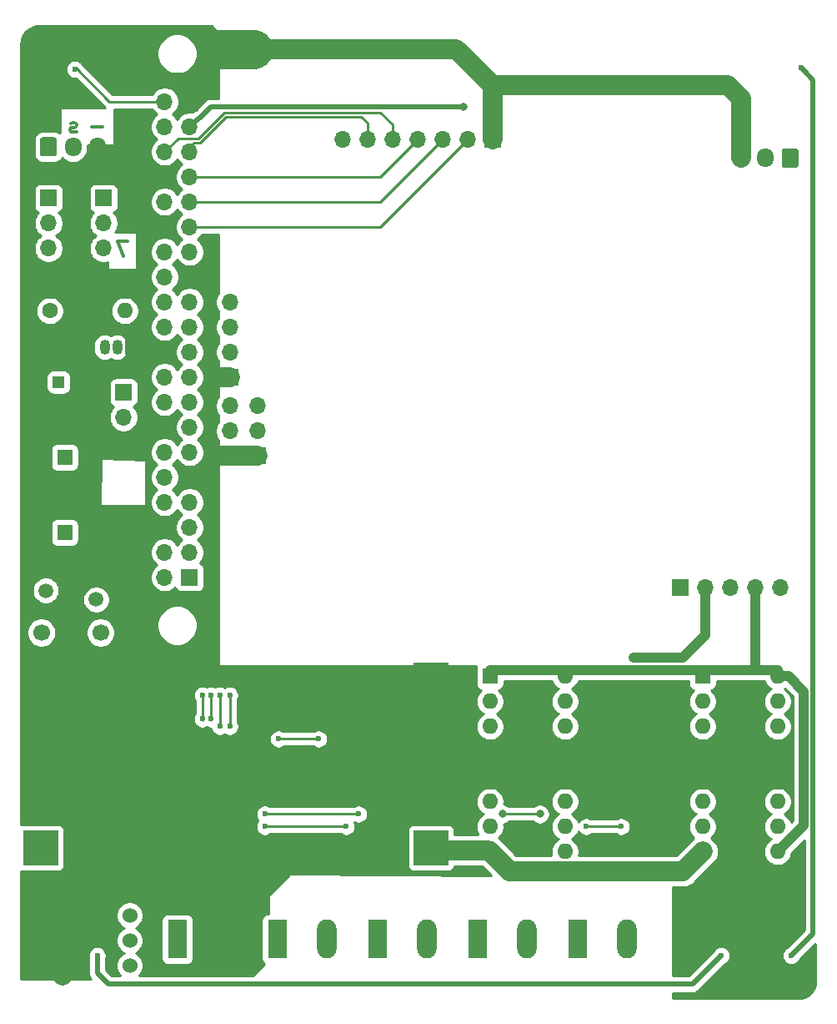
<source format=gbr>
G04 #@! TF.GenerationSoftware,KiCad,Pcbnew,5.1.5+dfsg1-2build2*
G04 #@! TF.CreationDate,2020-06-26T22:01:47+02:00*
G04 #@! TF.ProjectId,robo-car,726f626f-2d63-4617-922e-6b696361645f,rev?*
G04 #@! TF.SameCoordinates,Original*
G04 #@! TF.FileFunction,Copper,L2,Bot*
G04 #@! TF.FilePolarity,Positive*
%FSLAX46Y46*%
G04 Gerber Fmt 4.6, Leading zero omitted, Abs format (unit mm)*
G04 Created by KiCad (PCBNEW 5.1.5+dfsg1-2build2) date 2020-06-26 22:01:47*
%MOMM*%
%LPD*%
G04 APERTURE LIST*
%ADD10C,0.300000*%
%ADD11O,1.980000X3.960000*%
%ADD12R,1.980000X3.960000*%
%ADD13R,3.524000X3.524000*%
%ADD14R,1.700000X1.700000*%
%ADD15O,1.700000X1.700000*%
%ADD16R,1.600000X1.600000*%
%ADD17C,1.600000*%
%ADD18R,1.200000X1.200000*%
%ADD19C,1.200000*%
%ADD20O,1.600000X1.600000*%
%ADD21O,1.050000X1.500000*%
%ADD22R,1.050000X1.500000*%
%ADD23C,1.700000*%
%ADD24C,1.500000*%
%ADD25C,1.524000*%
%ADD26C,0.100000*%
%ADD27O,1.700000X1.950000*%
%ADD28C,0.600000*%
%ADD29C,0.800000*%
%ADD30C,1.000000*%
%ADD31C,2.000000*%
%ADD32C,1.000000*%
%ADD33C,0.250000*%
%ADD34C,2.000000*%
%ADD35C,0.500000*%
%ADD36C,4.000000*%
%ADD37C,0.254000*%
G04 APERTURE END LIST*
D10*
X11422000Y-22546571D02*
X10422000Y-22546571D01*
X11064857Y-24046571D01*
X6290428Y-11402142D02*
X6147571Y-11473571D01*
X5861857Y-11473571D01*
X5719000Y-11402142D01*
X5647571Y-11259285D01*
X5647571Y-11187857D01*
X5719000Y-11045000D01*
X5861857Y-10973571D01*
X6076142Y-10973571D01*
X6219000Y-10902142D01*
X6290428Y-10759285D01*
X6290428Y-10687857D01*
X6219000Y-10545000D01*
X6076142Y-10473571D01*
X5861857Y-10473571D01*
X5719000Y-10545000D01*
X8953428Y-10902142D02*
X7810571Y-10902142D01*
D11*
X62150000Y-93345000D03*
D12*
X57150000Y-93345000D03*
D13*
X42291000Y-84074000D03*
X42291000Y-67056000D03*
X2667000Y-67056000D03*
X2667000Y-84074000D03*
D14*
X17770000Y-56630000D03*
D15*
X15230000Y-56630000D03*
X17770000Y-54090000D03*
X15230000Y-54090000D03*
X17770000Y-51550000D03*
X15230000Y-51550000D03*
X17770000Y-49010000D03*
X15230000Y-49010000D03*
X17770000Y-46470000D03*
X15230000Y-46470000D03*
X17770000Y-43930000D03*
X15230000Y-43930000D03*
X17770000Y-41390000D03*
X15230000Y-41390000D03*
X17770000Y-38850000D03*
X15230000Y-38850000D03*
X17770000Y-36310000D03*
X15230000Y-36310000D03*
X17770000Y-33770000D03*
X15230000Y-33770000D03*
X17770000Y-31230000D03*
X15230000Y-31230000D03*
X17770000Y-28690000D03*
X15230000Y-28690000D03*
X17770000Y-26150000D03*
X15230000Y-26150000D03*
X17770000Y-23610000D03*
X15230000Y-23610000D03*
X17770000Y-21070000D03*
X15230000Y-21070000D03*
X17770000Y-18530000D03*
X15230000Y-18530000D03*
X17770000Y-15990000D03*
X15230000Y-15990000D03*
X17770000Y-13450000D03*
X15230000Y-13450000D03*
X17770000Y-10910000D03*
X15230000Y-10910000D03*
X17770000Y-8370000D03*
X15230000Y-8370000D03*
D16*
X5080000Y-44450000D03*
D17*
X2580000Y-44450000D03*
D18*
X4445000Y-36830000D03*
D19*
X2445000Y-36830000D03*
D16*
X5080000Y-52070000D03*
D17*
X2580000Y-52070000D03*
D12*
X46990000Y-93345000D03*
D11*
X51990000Y-93345000D03*
D12*
X36830000Y-93345000D03*
D11*
X41830000Y-93345000D03*
X31670000Y-93345000D03*
D12*
X26670000Y-93345000D03*
D14*
X24638000Y-44323000D03*
D15*
X24638000Y-41783000D03*
X24638000Y-39243000D03*
X21844000Y-39243000D03*
X21844000Y-41783000D03*
D14*
X21844000Y-44323000D03*
D15*
X21844000Y-28702000D03*
X21844000Y-31242000D03*
X21844000Y-33782000D03*
D14*
X21844000Y-36322000D03*
X11049000Y-37846000D03*
D15*
X11049000Y-40386000D03*
X11049000Y-42926000D03*
D14*
X67564000Y-57658000D03*
D15*
X70104000Y-57658000D03*
X72644000Y-57658000D03*
X75184000Y-57658000D03*
X77724000Y-57658000D03*
D12*
X16510000Y-93345000D03*
D11*
X21510000Y-93345000D03*
D20*
X11176000Y-29591000D03*
D17*
X3556000Y-29591000D03*
D20*
X77470000Y-66675000D03*
X69850000Y-84455000D03*
X77470000Y-69215000D03*
X69850000Y-81915000D03*
X77470000Y-71755000D03*
X69850000Y-79375000D03*
X77470000Y-74295000D03*
X69850000Y-76835000D03*
X77470000Y-76835000D03*
X69850000Y-74295000D03*
X77470000Y-79375000D03*
X69850000Y-71755000D03*
X77470000Y-81915000D03*
X69850000Y-69215000D03*
X77470000Y-84455000D03*
D16*
X69850000Y-66675000D03*
X48260000Y-66675000D03*
D20*
X55880000Y-84455000D03*
X48260000Y-69215000D03*
X55880000Y-81915000D03*
X48260000Y-71755000D03*
X55880000Y-79375000D03*
X48260000Y-74295000D03*
X55880000Y-76835000D03*
X48260000Y-76835000D03*
X55880000Y-74295000D03*
X48260000Y-79375000D03*
X55880000Y-71755000D03*
X48260000Y-81915000D03*
X55880000Y-69215000D03*
X48260000Y-84455000D03*
X55880000Y-66675000D03*
D21*
X10414000Y-33274000D03*
X9144000Y-33274000D03*
D22*
X11684000Y-33274000D03*
D23*
X2715000Y-62230000D03*
X8715000Y-62230000D03*
D24*
X8265000Y-58870000D03*
X3165000Y-57970000D03*
D25*
X11684000Y-90932000D03*
X11684000Y-93472000D03*
X11684000Y-96012000D03*
D14*
X48514000Y-12192000D03*
D15*
X45974000Y-12192000D03*
X43434000Y-12192000D03*
X40894000Y-12192000D03*
X38354000Y-12192000D03*
X35814000Y-12192000D03*
X33274000Y-12192000D03*
G04 #@! TA.AperFunction,ComponentPad*
D26*
G36*
X4053504Y-11980204D02*
G01*
X4077773Y-11983804D01*
X4101571Y-11989765D01*
X4124671Y-11998030D01*
X4146849Y-12008520D01*
X4167893Y-12021133D01*
X4187598Y-12035747D01*
X4205777Y-12052223D01*
X4222253Y-12070402D01*
X4236867Y-12090107D01*
X4249480Y-12111151D01*
X4259970Y-12133329D01*
X4268235Y-12156429D01*
X4274196Y-12180227D01*
X4277796Y-12204496D01*
X4279000Y-12229000D01*
X4279000Y-13679000D01*
X4277796Y-13703504D01*
X4274196Y-13727773D01*
X4268235Y-13751571D01*
X4259970Y-13774671D01*
X4249480Y-13796849D01*
X4236867Y-13817893D01*
X4222253Y-13837598D01*
X4205777Y-13855777D01*
X4187598Y-13872253D01*
X4167893Y-13886867D01*
X4146849Y-13899480D01*
X4124671Y-13909970D01*
X4101571Y-13918235D01*
X4077773Y-13924196D01*
X4053504Y-13927796D01*
X4029000Y-13929000D01*
X2829000Y-13929000D01*
X2804496Y-13927796D01*
X2780227Y-13924196D01*
X2756429Y-13918235D01*
X2733329Y-13909970D01*
X2711151Y-13899480D01*
X2690107Y-13886867D01*
X2670402Y-13872253D01*
X2652223Y-13855777D01*
X2635747Y-13837598D01*
X2621133Y-13817893D01*
X2608520Y-13796849D01*
X2598030Y-13774671D01*
X2589765Y-13751571D01*
X2583804Y-13727773D01*
X2580204Y-13703504D01*
X2579000Y-13679000D01*
X2579000Y-12229000D01*
X2580204Y-12204496D01*
X2583804Y-12180227D01*
X2589765Y-12156429D01*
X2598030Y-12133329D01*
X2608520Y-12111151D01*
X2621133Y-12090107D01*
X2635747Y-12070402D01*
X2652223Y-12052223D01*
X2670402Y-12035747D01*
X2690107Y-12021133D01*
X2711151Y-12008520D01*
X2733329Y-11998030D01*
X2756429Y-11989765D01*
X2780227Y-11983804D01*
X2804496Y-11980204D01*
X2829000Y-11979000D01*
X4029000Y-11979000D01*
X4053504Y-11980204D01*
G37*
G04 #@! TD.AperFunction*
D27*
X5929000Y-12954000D03*
X8429000Y-12954000D03*
X73740000Y-14097000D03*
X76240000Y-14097000D03*
G04 #@! TA.AperFunction,ComponentPad*
D26*
G36*
X79364504Y-13123204D02*
G01*
X79388773Y-13126804D01*
X79412571Y-13132765D01*
X79435671Y-13141030D01*
X79457849Y-13151520D01*
X79478893Y-13164133D01*
X79498598Y-13178747D01*
X79516777Y-13195223D01*
X79533253Y-13213402D01*
X79547867Y-13233107D01*
X79560480Y-13254151D01*
X79570970Y-13276329D01*
X79579235Y-13299429D01*
X79585196Y-13323227D01*
X79588796Y-13347496D01*
X79590000Y-13372000D01*
X79590000Y-14822000D01*
X79588796Y-14846504D01*
X79585196Y-14870773D01*
X79579235Y-14894571D01*
X79570970Y-14917671D01*
X79560480Y-14939849D01*
X79547867Y-14960893D01*
X79533253Y-14980598D01*
X79516777Y-14998777D01*
X79498598Y-15015253D01*
X79478893Y-15029867D01*
X79457849Y-15042480D01*
X79435671Y-15052970D01*
X79412571Y-15061235D01*
X79388773Y-15067196D01*
X79364504Y-15070796D01*
X79340000Y-15072000D01*
X78140000Y-15072000D01*
X78115496Y-15070796D01*
X78091227Y-15067196D01*
X78067429Y-15061235D01*
X78044329Y-15052970D01*
X78022151Y-15042480D01*
X78001107Y-15029867D01*
X77981402Y-15015253D01*
X77963223Y-14998777D01*
X77946747Y-14980598D01*
X77932133Y-14960893D01*
X77919520Y-14939849D01*
X77909030Y-14917671D01*
X77900765Y-14894571D01*
X77894804Y-14870773D01*
X77891204Y-14846504D01*
X77890000Y-14822000D01*
X77890000Y-13372000D01*
X77891204Y-13347496D01*
X77894804Y-13323227D01*
X77900765Y-13299429D01*
X77909030Y-13276329D01*
X77919520Y-13254151D01*
X77932133Y-13233107D01*
X77946747Y-13213402D01*
X77963223Y-13195223D01*
X77981402Y-13178747D01*
X78001107Y-13164133D01*
X78022151Y-13151520D01*
X78044329Y-13141030D01*
X78067429Y-13132765D01*
X78091227Y-13126804D01*
X78115496Y-13123204D01*
X78140000Y-13122000D01*
X79340000Y-13122000D01*
X79364504Y-13123204D01*
G37*
G04 #@! TD.AperFunction*
D14*
X9017000Y-18161000D03*
D15*
X9017000Y-20701000D03*
X9017000Y-23241000D03*
X3429000Y-23241000D03*
X3429000Y-20701000D03*
D14*
X3429000Y-18161000D03*
X6223000Y-18161000D03*
D15*
X6223000Y-20701000D03*
X6223000Y-23241000D03*
D28*
X19939000Y-68580000D03*
X19939000Y-70993000D03*
X6096000Y-5080000D03*
X21844000Y-71755000D03*
X21844000Y-68580000D03*
X26797000Y-73025000D03*
X30861000Y-73025000D03*
X61595000Y-81915000D03*
X58039000Y-81915000D03*
X25400000Y-81915000D03*
X19050000Y-68580000D03*
X19050000Y-70993000D03*
X33655000Y-81915000D03*
D29*
X49530000Y-80645000D03*
X53340000Y-80645000D03*
D28*
X34925000Y-80645000D03*
X25400000Y-80645000D03*
X20828000Y-71755000D03*
X20828000Y-68580000D03*
X79883000Y-4953000D03*
X78867000Y-94996000D03*
X71755000Y-94996000D03*
X8382000Y-94996000D03*
D30*
X62865000Y-64770000D03*
D31*
X24257000Y-3048000D03*
X75438000Y-97028000D03*
X6731000Y-2921000D03*
X4858000Y-96996000D03*
D30*
X62865000Y-67691000D03*
D29*
X45593000Y-8890000D03*
D32*
X55880000Y-66040000D02*
X69850000Y-66040000D01*
X50800000Y-66040000D02*
X48260000Y-66040000D01*
X77470000Y-66675000D02*
X78601370Y-66675000D01*
X78601370Y-66675000D02*
X80137000Y-68210630D01*
X80137000Y-81788000D02*
X77470000Y-84455000D01*
X80137000Y-68210630D02*
X80137000Y-81788000D01*
X75184000Y-65913000D02*
X75057000Y-66040000D01*
X75184000Y-57658000D02*
X75184000Y-65913000D01*
X75057000Y-66040000D02*
X77470000Y-66040000D01*
X69850000Y-66040000D02*
X75057000Y-66040000D01*
X55880000Y-66040000D02*
X52197000Y-66040000D01*
X52197000Y-66040000D02*
X50800000Y-66040000D01*
D33*
X19939000Y-68580000D02*
X19939000Y-71120000D01*
X9640000Y-8370000D02*
X6223000Y-4953000D01*
X15230000Y-8370000D02*
X9640000Y-8370000D01*
X27559000Y-73025000D02*
X26797000Y-73025000D01*
X27559000Y-73025000D02*
X27305000Y-73025000D01*
X21844000Y-68580000D02*
X21844000Y-71755000D01*
X27559000Y-73025000D02*
X30480000Y-73025000D01*
X30861000Y-73025000D02*
X30480000Y-73025000D01*
X61595000Y-81915000D02*
X58039000Y-81915000D01*
X58039000Y-81915000D02*
X58039000Y-81915000D01*
X33655000Y-81915000D02*
X25400000Y-81915000D01*
X19050000Y-68580000D02*
X19050000Y-71120000D01*
X34925000Y-80645000D02*
X25400000Y-80645000D01*
X49530000Y-80645000D02*
X53340000Y-80645000D01*
X20828000Y-69004264D02*
X20828000Y-71755000D01*
X20828000Y-68580000D02*
X20828000Y-69004264D01*
X37151010Y-9465010D02*
X38354000Y-10668000D01*
X38354000Y-10668000D02*
X38354000Y-12192000D01*
X21268990Y-9465010D02*
X37151010Y-9465010D01*
X18648999Y-12085001D02*
X21268990Y-9465010D01*
X16594999Y-12085001D02*
X18648999Y-12085001D01*
X15230000Y-13450000D02*
X16594999Y-12085001D01*
X37096000Y-15990000D02*
X40894000Y-12192000D01*
X17770000Y-15990000D02*
X37096000Y-15990000D01*
X18835400Y-12535010D02*
X21455390Y-9915020D01*
X18198989Y-12535011D02*
X18835400Y-12535010D01*
X17770000Y-12964000D02*
X18198989Y-12535011D01*
X17770000Y-13450000D02*
X17770000Y-12964000D01*
X21455390Y-9915020D02*
X35188020Y-9915020D01*
X35188020Y-9915020D02*
X35814000Y-10541000D01*
X35814000Y-10541000D02*
X35814000Y-10795000D01*
X35814000Y-10795000D02*
X35814000Y-12192000D01*
X37096000Y-18530000D02*
X17770000Y-18530000D01*
X43434000Y-12192000D02*
X37096000Y-18530000D01*
X37096000Y-21070000D02*
X45974000Y-12192000D01*
X17770000Y-21070000D02*
X37096000Y-21070000D01*
D34*
X43180000Y-83820000D02*
X42672000Y-84328000D01*
X48133000Y-84328000D02*
X48260000Y-84455000D01*
X42672000Y-84328000D02*
X48133000Y-84328000D01*
X68484999Y-85820001D02*
X69850000Y-84455000D01*
X67849999Y-86455001D02*
X69850000Y-84455000D01*
X50260001Y-86455001D02*
X67849999Y-86455001D01*
X48260000Y-84455000D02*
X50260001Y-86455001D01*
D35*
X80182999Y-5252999D02*
X79883000Y-4953000D01*
X81087010Y-6157010D02*
X80182999Y-5252999D01*
X81087010Y-92775990D02*
X81087010Y-6157010D01*
X78867000Y-94996000D02*
X81087010Y-92775990D01*
X69088000Y-97663000D02*
X71755000Y-94996000D01*
X9525000Y-97917000D02*
X68834000Y-97917000D01*
X68834000Y-97917000D02*
X71755000Y-94996000D01*
X8382000Y-96774000D02*
X9525000Y-97917000D01*
X8382000Y-94996000D02*
X8382000Y-96774000D01*
D36*
X24257000Y-3048000D02*
X22842787Y-3048000D01*
X22842787Y-3048000D02*
X20701000Y-3048000D01*
D34*
X24257000Y-3048000D02*
X44831000Y-3048000D01*
X48514000Y-6731000D02*
X48514000Y-12192000D01*
X44831000Y-3048000D02*
X48514000Y-6731000D01*
X48514000Y-6731000D02*
X72390000Y-6731000D01*
X73740000Y-8081000D02*
X73740000Y-14097000D01*
X72390000Y-6731000D02*
X73740000Y-8081000D01*
D32*
X70104000Y-57658000D02*
X70104000Y-62484000D01*
X67818000Y-64770000D02*
X62865000Y-64770000D01*
X70104000Y-62484000D02*
X67818000Y-64770000D01*
D34*
X24638000Y-44323000D02*
X21844000Y-44323000D01*
X21844000Y-44323000D02*
X20701000Y-44323000D01*
X21844000Y-36322000D02*
X20828000Y-36322000D01*
D35*
X18619999Y-10060001D02*
X18768999Y-10060001D01*
X17770000Y-10910000D02*
X18619999Y-10060001D01*
X18768999Y-10060001D02*
X19939000Y-8890000D01*
X19939000Y-8890000D02*
X45593000Y-8890000D01*
X45720000Y-8890000D02*
X45720000Y-8890000D01*
X45593000Y-8890000D02*
X45720000Y-8890000D01*
D37*
G36*
X20701000Y-1446401D02*
G01*
X20701000Y-8005000D01*
X19982465Y-8005000D01*
X19938999Y-8000719D01*
X19895533Y-8005000D01*
X19895523Y-8005000D01*
X19765510Y-8017805D01*
X19598687Y-8068411D01*
X19444941Y-8150589D01*
X19444939Y-8150590D01*
X19444940Y-8150590D01*
X19343953Y-8233468D01*
X19343951Y-8233470D01*
X19310183Y-8261183D01*
X19282470Y-8294951D01*
X18364842Y-9212580D01*
X18279686Y-9238412D01*
X18125940Y-9320590D01*
X18125938Y-9320591D01*
X18125939Y-9320591D01*
X18024952Y-9403469D01*
X18024950Y-9403471D01*
X17991182Y-9431184D01*
X17985031Y-9438679D01*
X17916260Y-9425000D01*
X17623740Y-9425000D01*
X17336842Y-9482068D01*
X17066589Y-9594010D01*
X16823368Y-9756525D01*
X16616525Y-9963368D01*
X16500000Y-10137760D01*
X16383475Y-9963368D01*
X16176632Y-9756525D01*
X16002240Y-9640000D01*
X16176632Y-9523475D01*
X16383475Y-9316632D01*
X16545990Y-9073411D01*
X16657932Y-8803158D01*
X16715000Y-8516260D01*
X16715000Y-8223740D01*
X16657932Y-7936842D01*
X16545990Y-7666589D01*
X16383475Y-7423368D01*
X16176632Y-7216525D01*
X15933411Y-7054010D01*
X15663158Y-6942068D01*
X15376260Y-6885000D01*
X15083740Y-6885000D01*
X14796842Y-6942068D01*
X14526589Y-7054010D01*
X14283368Y-7216525D01*
X14076525Y-7423368D01*
X13951822Y-7610000D01*
X9954802Y-7610000D01*
X6734002Y-4389201D01*
X6697691Y-4359401D01*
X6692028Y-4353738D01*
X6685370Y-4349289D01*
X6647276Y-4318026D01*
X6603810Y-4294793D01*
X6538889Y-4251414D01*
X6368729Y-4180932D01*
X6188089Y-4145000D01*
X6003911Y-4145000D01*
X5823271Y-4180932D01*
X5653111Y-4251414D01*
X5499972Y-4353738D01*
X5369738Y-4483972D01*
X5267414Y-4637111D01*
X5196932Y-4807271D01*
X5161000Y-4987911D01*
X5161000Y-5172089D01*
X5196932Y-5352729D01*
X5267414Y-5522889D01*
X5369738Y-5676028D01*
X5499972Y-5806262D01*
X5653111Y-5908586D01*
X5823271Y-5979068D01*
X6003911Y-6015000D01*
X6188089Y-6015000D01*
X6206531Y-6011332D01*
X9076201Y-8881003D01*
X9099999Y-8910001D01*
X9215724Y-9004974D01*
X9215773Y-9005000D01*
X4576857Y-9005000D01*
X4576857Y-11535298D01*
X4522386Y-11490595D01*
X4368850Y-11408528D01*
X4202254Y-11357992D01*
X4029000Y-11340928D01*
X2829000Y-11340928D01*
X2655746Y-11357992D01*
X2489150Y-11408528D01*
X2335614Y-11490595D01*
X2201038Y-11601038D01*
X2090595Y-11735614D01*
X2008528Y-11889150D01*
X1957992Y-12055746D01*
X1940928Y-12229000D01*
X1940928Y-13679000D01*
X1957992Y-13852254D01*
X2008528Y-14018850D01*
X2090595Y-14172386D01*
X2201038Y-14306962D01*
X2335614Y-14417405D01*
X2489150Y-14499472D01*
X2655746Y-14550008D01*
X2829000Y-14567072D01*
X4029000Y-14567072D01*
X4202254Y-14550008D01*
X4368850Y-14499472D01*
X4522386Y-14417405D01*
X4656962Y-14306962D01*
X4767405Y-14172386D01*
X4821777Y-14070663D01*
X4873866Y-14134134D01*
X5099987Y-14319706D01*
X5357967Y-14457599D01*
X5637890Y-14542513D01*
X5929000Y-14571185D01*
X6220111Y-14542513D01*
X6500034Y-14457599D01*
X6758014Y-14319706D01*
X6984134Y-14134134D01*
X7169706Y-13908014D01*
X7307599Y-13650033D01*
X7392513Y-13370110D01*
X7414000Y-13151949D01*
X7414000Y-12825000D01*
X10095572Y-12825000D01*
X10095572Y-9130000D01*
X13951822Y-9130000D01*
X14076525Y-9316632D01*
X14283368Y-9523475D01*
X14457760Y-9640000D01*
X14283368Y-9756525D01*
X14076525Y-9963368D01*
X13914010Y-10206589D01*
X13802068Y-10476842D01*
X13745000Y-10763740D01*
X13745000Y-11056260D01*
X13802068Y-11343158D01*
X13914010Y-11613411D01*
X14076525Y-11856632D01*
X14283368Y-12063475D01*
X14457760Y-12180000D01*
X14283368Y-12296525D01*
X14076525Y-12503368D01*
X13914010Y-12746589D01*
X13802068Y-13016842D01*
X13745000Y-13303740D01*
X13745000Y-13596260D01*
X13802068Y-13883158D01*
X13914010Y-14153411D01*
X14076525Y-14396632D01*
X14283368Y-14603475D01*
X14526589Y-14765990D01*
X14796842Y-14877932D01*
X15083740Y-14935000D01*
X15376260Y-14935000D01*
X15663158Y-14877932D01*
X15933411Y-14765990D01*
X16176632Y-14603475D01*
X16383475Y-14396632D01*
X16500000Y-14222240D01*
X16616525Y-14396632D01*
X16823368Y-14603475D01*
X16997760Y-14720000D01*
X16823368Y-14836525D01*
X16616525Y-15043368D01*
X16454010Y-15286589D01*
X16342068Y-15556842D01*
X16285000Y-15843740D01*
X16285000Y-16136260D01*
X16342068Y-16423158D01*
X16454010Y-16693411D01*
X16616525Y-16936632D01*
X16823368Y-17143475D01*
X16997760Y-17260000D01*
X16823368Y-17376525D01*
X16616525Y-17583368D01*
X16500000Y-17757760D01*
X16383475Y-17583368D01*
X16176632Y-17376525D01*
X15933411Y-17214010D01*
X15663158Y-17102068D01*
X15376260Y-17045000D01*
X15083740Y-17045000D01*
X14796842Y-17102068D01*
X14526589Y-17214010D01*
X14283368Y-17376525D01*
X14076525Y-17583368D01*
X13914010Y-17826589D01*
X13802068Y-18096842D01*
X13745000Y-18383740D01*
X13745000Y-18676260D01*
X13802068Y-18963158D01*
X13914010Y-19233411D01*
X14076525Y-19476632D01*
X14283368Y-19683475D01*
X14526589Y-19845990D01*
X14796842Y-19957932D01*
X15083740Y-20015000D01*
X15376260Y-20015000D01*
X15663158Y-19957932D01*
X15933411Y-19845990D01*
X16176632Y-19683475D01*
X16383475Y-19476632D01*
X16500000Y-19302240D01*
X16616525Y-19476632D01*
X16823368Y-19683475D01*
X16997760Y-19800000D01*
X16823368Y-19916525D01*
X16616525Y-20123368D01*
X16454010Y-20366589D01*
X16342068Y-20636842D01*
X16285000Y-20923740D01*
X16285000Y-21216260D01*
X16342068Y-21503158D01*
X16454010Y-21773411D01*
X16616525Y-22016632D01*
X16823368Y-22223475D01*
X16997760Y-22340000D01*
X16823368Y-22456525D01*
X16616525Y-22663368D01*
X16500000Y-22837760D01*
X16383475Y-22663368D01*
X16176632Y-22456525D01*
X15933411Y-22294010D01*
X15663158Y-22182068D01*
X15376260Y-22125000D01*
X15083740Y-22125000D01*
X14796842Y-22182068D01*
X14526589Y-22294010D01*
X14283368Y-22456525D01*
X14076525Y-22663368D01*
X13914010Y-22906589D01*
X13802068Y-23176842D01*
X13745000Y-23463740D01*
X13745000Y-23756260D01*
X13802068Y-24043158D01*
X13914010Y-24313411D01*
X14076525Y-24556632D01*
X14283368Y-24763475D01*
X14457760Y-24880000D01*
X14283368Y-24996525D01*
X14076525Y-25203368D01*
X13914010Y-25446589D01*
X13802068Y-25716842D01*
X13745000Y-26003740D01*
X13745000Y-26296260D01*
X13802068Y-26583158D01*
X13914010Y-26853411D01*
X14076525Y-27096632D01*
X14283368Y-27303475D01*
X14457760Y-27420000D01*
X14283368Y-27536525D01*
X14076525Y-27743368D01*
X13914010Y-27986589D01*
X13802068Y-28256842D01*
X13745000Y-28543740D01*
X13745000Y-28836260D01*
X13802068Y-29123158D01*
X13914010Y-29393411D01*
X14076525Y-29636632D01*
X14283368Y-29843475D01*
X14457760Y-29960000D01*
X14283368Y-30076525D01*
X14076525Y-30283368D01*
X13914010Y-30526589D01*
X13802068Y-30796842D01*
X13745000Y-31083740D01*
X13745000Y-31376260D01*
X13802068Y-31663158D01*
X13914010Y-31933411D01*
X14076525Y-32176632D01*
X14283368Y-32383475D01*
X14526589Y-32545990D01*
X14796842Y-32657932D01*
X15083740Y-32715000D01*
X15376260Y-32715000D01*
X15663158Y-32657932D01*
X15933411Y-32545990D01*
X16176632Y-32383475D01*
X16383475Y-32176632D01*
X16500000Y-32002240D01*
X16616525Y-32176632D01*
X16823368Y-32383475D01*
X16997760Y-32500000D01*
X16823368Y-32616525D01*
X16616525Y-32823368D01*
X16454010Y-33066589D01*
X16342068Y-33336842D01*
X16285000Y-33623740D01*
X16285000Y-33916260D01*
X16342068Y-34203158D01*
X16454010Y-34473411D01*
X16616525Y-34716632D01*
X16823368Y-34923475D01*
X16997760Y-35040000D01*
X16823368Y-35156525D01*
X16616525Y-35363368D01*
X16500000Y-35537760D01*
X16383475Y-35363368D01*
X16176632Y-35156525D01*
X15933411Y-34994010D01*
X15663158Y-34882068D01*
X15376260Y-34825000D01*
X15083740Y-34825000D01*
X14796842Y-34882068D01*
X14526589Y-34994010D01*
X14283368Y-35156525D01*
X14076525Y-35363368D01*
X13914010Y-35606589D01*
X13802068Y-35876842D01*
X13745000Y-36163740D01*
X13745000Y-36456260D01*
X13802068Y-36743158D01*
X13914010Y-37013411D01*
X14076525Y-37256632D01*
X14283368Y-37463475D01*
X14457760Y-37580000D01*
X14283368Y-37696525D01*
X14076525Y-37903368D01*
X13914010Y-38146589D01*
X13802068Y-38416842D01*
X13745000Y-38703740D01*
X13745000Y-38996260D01*
X13802068Y-39283158D01*
X13914010Y-39553411D01*
X14076525Y-39796632D01*
X14283368Y-40003475D01*
X14526589Y-40165990D01*
X14796842Y-40277932D01*
X15083740Y-40335000D01*
X15376260Y-40335000D01*
X15663158Y-40277932D01*
X15933411Y-40165990D01*
X16176632Y-40003475D01*
X16383475Y-39796632D01*
X16500000Y-39622240D01*
X16616525Y-39796632D01*
X16823368Y-40003475D01*
X16997760Y-40120000D01*
X16823368Y-40236525D01*
X16616525Y-40443368D01*
X16454010Y-40686589D01*
X16342068Y-40956842D01*
X16285000Y-41243740D01*
X16285000Y-41536260D01*
X16342068Y-41823158D01*
X16454010Y-42093411D01*
X16616525Y-42336632D01*
X16823368Y-42543475D01*
X16997760Y-42660000D01*
X16823368Y-42776525D01*
X16616525Y-42983368D01*
X16500000Y-43157760D01*
X16383475Y-42983368D01*
X16176632Y-42776525D01*
X15933411Y-42614010D01*
X15663158Y-42502068D01*
X15376260Y-42445000D01*
X15083740Y-42445000D01*
X14796842Y-42502068D01*
X14526589Y-42614010D01*
X14283368Y-42776525D01*
X14076525Y-42983368D01*
X13914010Y-43226589D01*
X13802068Y-43496842D01*
X13745000Y-43783740D01*
X13745000Y-44076260D01*
X13802068Y-44363158D01*
X13914010Y-44633411D01*
X14076525Y-44876632D01*
X14283368Y-45083475D01*
X14457760Y-45200000D01*
X14283368Y-45316525D01*
X14076525Y-45523368D01*
X13914010Y-45766589D01*
X13802068Y-46036842D01*
X13745000Y-46323740D01*
X13745000Y-46616260D01*
X13802068Y-46903158D01*
X13914010Y-47173411D01*
X14076525Y-47416632D01*
X14283368Y-47623475D01*
X14457760Y-47740000D01*
X14283368Y-47856525D01*
X14076525Y-48063368D01*
X13914010Y-48306589D01*
X13802068Y-48576842D01*
X13745000Y-48863740D01*
X13745000Y-49156260D01*
X13802068Y-49443158D01*
X13914010Y-49713411D01*
X14076525Y-49956632D01*
X14283368Y-50163475D01*
X14526589Y-50325990D01*
X14796842Y-50437932D01*
X15083740Y-50495000D01*
X15376260Y-50495000D01*
X15663158Y-50437932D01*
X15933411Y-50325990D01*
X16176632Y-50163475D01*
X16383475Y-49956632D01*
X16500000Y-49782240D01*
X16616525Y-49956632D01*
X16823368Y-50163475D01*
X16997760Y-50280000D01*
X16823368Y-50396525D01*
X16616525Y-50603368D01*
X16454010Y-50846589D01*
X16342068Y-51116842D01*
X16285000Y-51403740D01*
X16285000Y-51696260D01*
X16342068Y-51983158D01*
X16454010Y-52253411D01*
X16616525Y-52496632D01*
X16823368Y-52703475D01*
X16997760Y-52820000D01*
X16823368Y-52936525D01*
X16616525Y-53143368D01*
X16500000Y-53317760D01*
X16383475Y-53143368D01*
X16176632Y-52936525D01*
X15933411Y-52774010D01*
X15663158Y-52662068D01*
X15376260Y-52605000D01*
X15083740Y-52605000D01*
X14796842Y-52662068D01*
X14526589Y-52774010D01*
X14283368Y-52936525D01*
X14076525Y-53143368D01*
X13914010Y-53386589D01*
X13802068Y-53656842D01*
X13745000Y-53943740D01*
X13745000Y-54236260D01*
X13802068Y-54523158D01*
X13914010Y-54793411D01*
X14076525Y-55036632D01*
X14283368Y-55243475D01*
X14457760Y-55360000D01*
X14283368Y-55476525D01*
X14076525Y-55683368D01*
X13914010Y-55926589D01*
X13802068Y-56196842D01*
X13745000Y-56483740D01*
X13745000Y-56776260D01*
X13802068Y-57063158D01*
X13914010Y-57333411D01*
X14076525Y-57576632D01*
X14283368Y-57783475D01*
X14526589Y-57945990D01*
X14796842Y-58057932D01*
X15083740Y-58115000D01*
X15376260Y-58115000D01*
X15663158Y-58057932D01*
X15933411Y-57945990D01*
X16176632Y-57783475D01*
X16308487Y-57651620D01*
X16330498Y-57724180D01*
X16389463Y-57834494D01*
X16468815Y-57931185D01*
X16565506Y-58010537D01*
X16675820Y-58069502D01*
X16795518Y-58105812D01*
X16920000Y-58118072D01*
X18620000Y-58118072D01*
X18744482Y-58105812D01*
X18864180Y-58069502D01*
X18974494Y-58010537D01*
X19071185Y-57931185D01*
X19150537Y-57834494D01*
X19209502Y-57724180D01*
X19245812Y-57604482D01*
X19258072Y-57480000D01*
X19258072Y-55780000D01*
X19245812Y-55655518D01*
X19209502Y-55535820D01*
X19150537Y-55425506D01*
X19071185Y-55328815D01*
X18974494Y-55249463D01*
X18864180Y-55190498D01*
X18791620Y-55168487D01*
X18923475Y-55036632D01*
X19085990Y-54793411D01*
X19197932Y-54523158D01*
X19255000Y-54236260D01*
X19255000Y-53943740D01*
X19197932Y-53656842D01*
X19085990Y-53386589D01*
X18923475Y-53143368D01*
X18716632Y-52936525D01*
X18542240Y-52820000D01*
X18716632Y-52703475D01*
X18923475Y-52496632D01*
X19085990Y-52253411D01*
X19197932Y-51983158D01*
X19255000Y-51696260D01*
X19255000Y-51403740D01*
X19197932Y-51116842D01*
X19085990Y-50846589D01*
X18923475Y-50603368D01*
X18716632Y-50396525D01*
X18542240Y-50280000D01*
X18716632Y-50163475D01*
X18923475Y-49956632D01*
X19085990Y-49713411D01*
X19197932Y-49443158D01*
X19255000Y-49156260D01*
X19255000Y-48863740D01*
X19197932Y-48576842D01*
X19085990Y-48306589D01*
X18923475Y-48063368D01*
X18716632Y-47856525D01*
X18473411Y-47694010D01*
X18203158Y-47582068D01*
X17916260Y-47525000D01*
X17623740Y-47525000D01*
X17336842Y-47582068D01*
X17066589Y-47694010D01*
X16823368Y-47856525D01*
X16616525Y-48063368D01*
X16500000Y-48237760D01*
X16383475Y-48063368D01*
X16176632Y-47856525D01*
X16002240Y-47740000D01*
X16176632Y-47623475D01*
X16383475Y-47416632D01*
X16545990Y-47173411D01*
X16657932Y-46903158D01*
X16715000Y-46616260D01*
X16715000Y-46323740D01*
X16657932Y-46036842D01*
X16545990Y-45766589D01*
X16383475Y-45523368D01*
X16176632Y-45316525D01*
X16002240Y-45200000D01*
X16176632Y-45083475D01*
X16383475Y-44876632D01*
X16500000Y-44702240D01*
X16616525Y-44876632D01*
X16823368Y-45083475D01*
X17066589Y-45245990D01*
X17336842Y-45357932D01*
X17623740Y-45415000D01*
X17916260Y-45415000D01*
X18203158Y-45357932D01*
X18473411Y-45245990D01*
X18716632Y-45083475D01*
X18923475Y-44876632D01*
X19085990Y-44633411D01*
X19197932Y-44363158D01*
X19255000Y-44076260D01*
X19255000Y-43783740D01*
X19197932Y-43496842D01*
X19085990Y-43226589D01*
X18923475Y-42983368D01*
X18716632Y-42776525D01*
X18542240Y-42660000D01*
X18716632Y-42543475D01*
X18923475Y-42336632D01*
X19085990Y-42093411D01*
X19197932Y-41823158D01*
X19255000Y-41536260D01*
X19255000Y-41243740D01*
X19197932Y-40956842D01*
X19085990Y-40686589D01*
X18923475Y-40443368D01*
X18716632Y-40236525D01*
X18542240Y-40120000D01*
X18716632Y-40003475D01*
X18923475Y-39796632D01*
X19085990Y-39553411D01*
X19197932Y-39283158D01*
X19255000Y-38996260D01*
X19255000Y-38703740D01*
X19197932Y-38416842D01*
X19085990Y-38146589D01*
X18923475Y-37903368D01*
X18716632Y-37696525D01*
X18542240Y-37580000D01*
X18716632Y-37463475D01*
X18923475Y-37256632D01*
X19085990Y-37013411D01*
X19197932Y-36743158D01*
X19255000Y-36456260D01*
X19255000Y-36163740D01*
X19197932Y-35876842D01*
X19085990Y-35606589D01*
X18923475Y-35363368D01*
X18716632Y-35156525D01*
X18542240Y-35040000D01*
X18716632Y-34923475D01*
X18923475Y-34716632D01*
X19085990Y-34473411D01*
X19197932Y-34203158D01*
X19255000Y-33916260D01*
X19255000Y-33623740D01*
X19197932Y-33336842D01*
X19085990Y-33066589D01*
X18923475Y-32823368D01*
X18716632Y-32616525D01*
X18542240Y-32500000D01*
X18716632Y-32383475D01*
X18923475Y-32176632D01*
X19085990Y-31933411D01*
X19197932Y-31663158D01*
X19255000Y-31376260D01*
X19255000Y-31083740D01*
X19197932Y-30796842D01*
X19085990Y-30526589D01*
X18923475Y-30283368D01*
X18716632Y-30076525D01*
X18542240Y-29960000D01*
X18716632Y-29843475D01*
X18923475Y-29636632D01*
X19085990Y-29393411D01*
X19197932Y-29123158D01*
X19255000Y-28836260D01*
X19255000Y-28543740D01*
X19197932Y-28256842D01*
X19085990Y-27986589D01*
X18923475Y-27743368D01*
X18716632Y-27536525D01*
X18473411Y-27374010D01*
X18203158Y-27262068D01*
X17916260Y-27205000D01*
X17623740Y-27205000D01*
X17336842Y-27262068D01*
X17066589Y-27374010D01*
X16823368Y-27536525D01*
X16616525Y-27743368D01*
X16500000Y-27917760D01*
X16383475Y-27743368D01*
X16176632Y-27536525D01*
X16002240Y-27420000D01*
X16176632Y-27303475D01*
X16383475Y-27096632D01*
X16545990Y-26853411D01*
X16657932Y-26583158D01*
X16715000Y-26296260D01*
X16715000Y-26003740D01*
X16657932Y-25716842D01*
X16545990Y-25446589D01*
X16383475Y-25203368D01*
X16176632Y-24996525D01*
X16002240Y-24880000D01*
X16176632Y-24763475D01*
X16383475Y-24556632D01*
X16500000Y-24382240D01*
X16616525Y-24556632D01*
X16823368Y-24763475D01*
X17066589Y-24925990D01*
X17336842Y-25037932D01*
X17623740Y-25095000D01*
X17916260Y-25095000D01*
X18203158Y-25037932D01*
X18473411Y-24925990D01*
X18716632Y-24763475D01*
X18923475Y-24556632D01*
X19085990Y-24313411D01*
X19197932Y-24043158D01*
X19255000Y-23756260D01*
X19255000Y-23463740D01*
X19197932Y-23176842D01*
X19085990Y-22906589D01*
X18923475Y-22663368D01*
X18716632Y-22456525D01*
X18542240Y-22340000D01*
X18716632Y-22223475D01*
X18923475Y-22016632D01*
X19048178Y-21830000D01*
X20701000Y-21830000D01*
X20701000Y-27744893D01*
X20690525Y-27755368D01*
X20528010Y-27998589D01*
X20416068Y-28268842D01*
X20359000Y-28555740D01*
X20359000Y-28848260D01*
X20416068Y-29135158D01*
X20528010Y-29405411D01*
X20690525Y-29648632D01*
X20701000Y-29659107D01*
X20701000Y-30284893D01*
X20690525Y-30295368D01*
X20528010Y-30538589D01*
X20416068Y-30808842D01*
X20359000Y-31095740D01*
X20359000Y-31388260D01*
X20416068Y-31675158D01*
X20528010Y-31945411D01*
X20690525Y-32188632D01*
X20701000Y-32199107D01*
X20701000Y-32824893D01*
X20690525Y-32835368D01*
X20528010Y-33078589D01*
X20416068Y-33348842D01*
X20359000Y-33635740D01*
X20359000Y-33928260D01*
X20416068Y-34215158D01*
X20528010Y-34485411D01*
X20690525Y-34728632D01*
X20701000Y-34739107D01*
X20701000Y-38285893D01*
X20690525Y-38296368D01*
X20528010Y-38539589D01*
X20416068Y-38809842D01*
X20359000Y-39096740D01*
X20359000Y-39389260D01*
X20416068Y-39676158D01*
X20528010Y-39946411D01*
X20690525Y-40189632D01*
X20701000Y-40200107D01*
X20701000Y-40825893D01*
X20690525Y-40836368D01*
X20528010Y-41079589D01*
X20416068Y-41349842D01*
X20359000Y-41636740D01*
X20359000Y-41929260D01*
X20416068Y-42216158D01*
X20528010Y-42486411D01*
X20690525Y-42729632D01*
X20701000Y-42740107D01*
X20701000Y-65532000D01*
X20703440Y-65556776D01*
X20710667Y-65580601D01*
X20722403Y-65602557D01*
X20738197Y-65621803D01*
X20757443Y-65637597D01*
X20779399Y-65649333D01*
X20803224Y-65656560D01*
X20828000Y-65659000D01*
X33957428Y-65659000D01*
X33967581Y-65660000D01*
X46861646Y-65660000D01*
X46834188Y-65750518D01*
X46821928Y-65875000D01*
X46821928Y-67475000D01*
X46834188Y-67599482D01*
X46870498Y-67719180D01*
X46929463Y-67829494D01*
X47008815Y-67926185D01*
X47105506Y-68005537D01*
X47215820Y-68064502D01*
X47335518Y-68100812D01*
X47343961Y-68101643D01*
X47145363Y-68300241D01*
X46988320Y-68535273D01*
X46880147Y-68796426D01*
X46825000Y-69073665D01*
X46825000Y-69356335D01*
X46880147Y-69633574D01*
X46988320Y-69894727D01*
X47145363Y-70129759D01*
X47345241Y-70329637D01*
X47577759Y-70485000D01*
X47345241Y-70640363D01*
X47145363Y-70840241D01*
X46988320Y-71075273D01*
X46880147Y-71336426D01*
X46825000Y-71613665D01*
X46825000Y-71896335D01*
X46880147Y-72173574D01*
X46988320Y-72434727D01*
X47145363Y-72669759D01*
X47345241Y-72869637D01*
X47580273Y-73026680D01*
X47841426Y-73134853D01*
X48118665Y-73190000D01*
X48401335Y-73190000D01*
X48678574Y-73134853D01*
X48939727Y-73026680D01*
X49174759Y-72869637D01*
X49374637Y-72669759D01*
X49531680Y-72434727D01*
X49639853Y-72173574D01*
X49695000Y-71896335D01*
X49695000Y-71613665D01*
X49639853Y-71336426D01*
X49531680Y-71075273D01*
X49374637Y-70840241D01*
X49174759Y-70640363D01*
X48942241Y-70485000D01*
X49174759Y-70329637D01*
X49374637Y-70129759D01*
X49531680Y-69894727D01*
X49639853Y-69633574D01*
X49695000Y-69356335D01*
X49695000Y-69073665D01*
X49639853Y-68796426D01*
X49531680Y-68535273D01*
X49374637Y-68300241D01*
X49176039Y-68101643D01*
X49184482Y-68100812D01*
X49304180Y-68064502D01*
X49414494Y-68005537D01*
X49511185Y-67926185D01*
X49590537Y-67829494D01*
X49649502Y-67719180D01*
X49685812Y-67599482D01*
X49698072Y-67475000D01*
X49698072Y-67175000D01*
X54533875Y-67175000D01*
X54608320Y-67354727D01*
X54765363Y-67589759D01*
X54965241Y-67789637D01*
X55197759Y-67945000D01*
X54965241Y-68100363D01*
X54765363Y-68300241D01*
X54608320Y-68535273D01*
X54500147Y-68796426D01*
X54445000Y-69073665D01*
X54445000Y-69356335D01*
X54500147Y-69633574D01*
X54608320Y-69894727D01*
X54765363Y-70129759D01*
X54965241Y-70329637D01*
X55197759Y-70485000D01*
X54965241Y-70640363D01*
X54765363Y-70840241D01*
X54608320Y-71075273D01*
X54500147Y-71336426D01*
X54445000Y-71613665D01*
X54445000Y-71896335D01*
X54500147Y-72173574D01*
X54608320Y-72434727D01*
X54765363Y-72669759D01*
X54965241Y-72869637D01*
X55200273Y-73026680D01*
X55461426Y-73134853D01*
X55738665Y-73190000D01*
X56021335Y-73190000D01*
X56298574Y-73134853D01*
X56559727Y-73026680D01*
X56794759Y-72869637D01*
X56994637Y-72669759D01*
X57151680Y-72434727D01*
X57259853Y-72173574D01*
X57315000Y-71896335D01*
X57315000Y-71613665D01*
X57259853Y-71336426D01*
X57151680Y-71075273D01*
X56994637Y-70840241D01*
X56794759Y-70640363D01*
X56562241Y-70485000D01*
X56794759Y-70329637D01*
X56994637Y-70129759D01*
X57151680Y-69894727D01*
X57259853Y-69633574D01*
X57315000Y-69356335D01*
X57315000Y-69073665D01*
X57259853Y-68796426D01*
X57151680Y-68535273D01*
X56994637Y-68300241D01*
X56794759Y-68100363D01*
X56562241Y-67945000D01*
X56794759Y-67789637D01*
X56994637Y-67589759D01*
X57151680Y-67354727D01*
X57226125Y-67175000D01*
X68411928Y-67175000D01*
X68411928Y-67475000D01*
X68424188Y-67599482D01*
X68460498Y-67719180D01*
X68519463Y-67829494D01*
X68598815Y-67926185D01*
X68695506Y-68005537D01*
X68805820Y-68064502D01*
X68925518Y-68100812D01*
X68933961Y-68101643D01*
X68735363Y-68300241D01*
X68578320Y-68535273D01*
X68470147Y-68796426D01*
X68415000Y-69073665D01*
X68415000Y-69356335D01*
X68470147Y-69633574D01*
X68578320Y-69894727D01*
X68735363Y-70129759D01*
X68935241Y-70329637D01*
X69167759Y-70485000D01*
X68935241Y-70640363D01*
X68735363Y-70840241D01*
X68578320Y-71075273D01*
X68470147Y-71336426D01*
X68415000Y-71613665D01*
X68415000Y-71896335D01*
X68470147Y-72173574D01*
X68578320Y-72434727D01*
X68735363Y-72669759D01*
X68935241Y-72869637D01*
X69170273Y-73026680D01*
X69431426Y-73134853D01*
X69708665Y-73190000D01*
X69991335Y-73190000D01*
X70268574Y-73134853D01*
X70529727Y-73026680D01*
X70764759Y-72869637D01*
X70964637Y-72669759D01*
X71121680Y-72434727D01*
X71229853Y-72173574D01*
X71285000Y-71896335D01*
X71285000Y-71613665D01*
X71229853Y-71336426D01*
X71121680Y-71075273D01*
X70964637Y-70840241D01*
X70764759Y-70640363D01*
X70532241Y-70485000D01*
X70764759Y-70329637D01*
X70964637Y-70129759D01*
X71121680Y-69894727D01*
X71229853Y-69633574D01*
X71285000Y-69356335D01*
X71285000Y-69073665D01*
X71229853Y-68796426D01*
X71121680Y-68535273D01*
X70964637Y-68300241D01*
X70766039Y-68101643D01*
X70774482Y-68100812D01*
X70894180Y-68064502D01*
X71004494Y-68005537D01*
X71101185Y-67926185D01*
X71180537Y-67829494D01*
X71239502Y-67719180D01*
X71275812Y-67599482D01*
X71288072Y-67475000D01*
X71288072Y-67175000D01*
X75001249Y-67175000D01*
X75057000Y-67180491D01*
X75112751Y-67175000D01*
X76123875Y-67175000D01*
X76198320Y-67354727D01*
X76355363Y-67589759D01*
X76555241Y-67789637D01*
X76787759Y-67945000D01*
X76555241Y-68100363D01*
X76355363Y-68300241D01*
X76198320Y-68535273D01*
X76090147Y-68796426D01*
X76035000Y-69073665D01*
X76035000Y-69356335D01*
X76090147Y-69633574D01*
X76198320Y-69894727D01*
X76355363Y-70129759D01*
X76555241Y-70329637D01*
X76787759Y-70485000D01*
X76555241Y-70640363D01*
X76355363Y-70840241D01*
X76198320Y-71075273D01*
X76090147Y-71336426D01*
X76035000Y-71613665D01*
X76035000Y-71896335D01*
X76090147Y-72173574D01*
X76198320Y-72434727D01*
X76355363Y-72669759D01*
X76555241Y-72869637D01*
X76790273Y-73026680D01*
X77051426Y-73134853D01*
X77328665Y-73190000D01*
X77611335Y-73190000D01*
X77888574Y-73134853D01*
X78149727Y-73026680D01*
X78384759Y-72869637D01*
X78584637Y-72669759D01*
X78741680Y-72434727D01*
X78849853Y-72173574D01*
X78905000Y-71896335D01*
X78905000Y-71613665D01*
X78849853Y-71336426D01*
X78741680Y-71075273D01*
X78584637Y-70840241D01*
X78384759Y-70640363D01*
X78152241Y-70485000D01*
X78384759Y-70329637D01*
X78584637Y-70129759D01*
X78741680Y-69894727D01*
X78849853Y-69633574D01*
X78905000Y-69356335D01*
X78905000Y-69073665D01*
X78849853Y-68796426D01*
X78741680Y-68535273D01*
X78584637Y-68300241D01*
X78384759Y-68100363D01*
X78152241Y-67945000D01*
X78220578Y-67899339D01*
X79002000Y-68680762D01*
X79002001Y-81317866D01*
X78842117Y-81477750D01*
X78741680Y-81235273D01*
X78584637Y-81000241D01*
X78384759Y-80800363D01*
X78152241Y-80645000D01*
X78384759Y-80489637D01*
X78584637Y-80289759D01*
X78741680Y-80054727D01*
X78849853Y-79793574D01*
X78905000Y-79516335D01*
X78905000Y-79233665D01*
X78849853Y-78956426D01*
X78741680Y-78695273D01*
X78584637Y-78460241D01*
X78384759Y-78260363D01*
X78149727Y-78103320D01*
X77888574Y-77995147D01*
X77611335Y-77940000D01*
X77328665Y-77940000D01*
X77051426Y-77995147D01*
X76790273Y-78103320D01*
X76555241Y-78260363D01*
X76355363Y-78460241D01*
X76198320Y-78695273D01*
X76090147Y-78956426D01*
X76035000Y-79233665D01*
X76035000Y-79516335D01*
X76090147Y-79793574D01*
X76198320Y-80054727D01*
X76355363Y-80289759D01*
X76555241Y-80489637D01*
X76787759Y-80645000D01*
X76555241Y-80800363D01*
X76355363Y-81000241D01*
X76198320Y-81235273D01*
X76090147Y-81496426D01*
X76035000Y-81773665D01*
X76035000Y-82056335D01*
X76090147Y-82333574D01*
X76198320Y-82594727D01*
X76355363Y-82829759D01*
X76555241Y-83029637D01*
X76787759Y-83185000D01*
X76555241Y-83340363D01*
X76355363Y-83540241D01*
X76198320Y-83775273D01*
X76090147Y-84036426D01*
X76035000Y-84313665D01*
X76035000Y-84596335D01*
X76090147Y-84873574D01*
X76198320Y-85134727D01*
X76355363Y-85369759D01*
X76555241Y-85569637D01*
X76790273Y-85726680D01*
X77051426Y-85834853D01*
X77328665Y-85890000D01*
X77611335Y-85890000D01*
X77888574Y-85834853D01*
X78149727Y-85726680D01*
X78384759Y-85569637D01*
X78584637Y-85369759D01*
X78741680Y-85134727D01*
X78849853Y-84873574D01*
X78897850Y-84632282D01*
X80202010Y-83328122D01*
X80202010Y-92409411D01*
X78458077Y-94153345D01*
X78424111Y-94167414D01*
X78270972Y-94269738D01*
X78140738Y-94399972D01*
X78038414Y-94553111D01*
X77967932Y-94723271D01*
X77932000Y-94903911D01*
X77932000Y-95088089D01*
X77967932Y-95268729D01*
X78038414Y-95438889D01*
X78140738Y-95592028D01*
X78270972Y-95722262D01*
X78424111Y-95824586D01*
X78594271Y-95895068D01*
X78774911Y-95931000D01*
X78959089Y-95931000D01*
X79139729Y-95895068D01*
X79309889Y-95824586D01*
X79463028Y-95722262D01*
X79593262Y-95592028D01*
X79695586Y-95438889D01*
X79709655Y-95404923D01*
X81340001Y-93774578D01*
X81340001Y-97467711D01*
X81301853Y-97856776D01*
X81198238Y-98199964D01*
X81029939Y-98516489D01*
X80803365Y-98794296D01*
X80527146Y-99022805D01*
X80211803Y-99193310D01*
X79869344Y-99299319D01*
X79482288Y-99340000D01*
X66802000Y-99340000D01*
X66802000Y-98802000D01*
X68790531Y-98802000D01*
X68834000Y-98806281D01*
X68877469Y-98802000D01*
X68877477Y-98802000D01*
X69007490Y-98789195D01*
X69174313Y-98738589D01*
X69328059Y-98656411D01*
X69462817Y-98545817D01*
X69490534Y-98512044D01*
X72163924Y-95838654D01*
X72197889Y-95824586D01*
X72351028Y-95722262D01*
X72481262Y-95592028D01*
X72583586Y-95438889D01*
X72654068Y-95268729D01*
X72690000Y-95088089D01*
X72690000Y-94903911D01*
X72654068Y-94723271D01*
X72583586Y-94553111D01*
X72481262Y-94399972D01*
X72351028Y-94269738D01*
X72197889Y-94167414D01*
X72027729Y-94096932D01*
X71847089Y-94061000D01*
X71662911Y-94061000D01*
X71482271Y-94096932D01*
X71312111Y-94167414D01*
X71158972Y-94269738D01*
X71028738Y-94399972D01*
X70926414Y-94553111D01*
X70912346Y-94587076D01*
X68467422Y-97032000D01*
X66802000Y-97032000D01*
X66802000Y-88090001D01*
X67769680Y-88090001D01*
X67849999Y-88097912D01*
X67930318Y-88090001D01*
X67930321Y-88090001D01*
X68170515Y-88066344D01*
X68478714Y-87972853D01*
X68762751Y-87821032D01*
X69011713Y-87616715D01*
X69062923Y-87554315D01*
X71062916Y-85554324D01*
X71216030Y-85367753D01*
X71367852Y-85083715D01*
X71461343Y-84775517D01*
X71492912Y-84455000D01*
X71461343Y-84134484D01*
X71367852Y-83826285D01*
X71216030Y-83542248D01*
X71011713Y-83293287D01*
X70762752Y-83088970D01*
X70714534Y-83063197D01*
X70764759Y-83029637D01*
X70964637Y-82829759D01*
X71121680Y-82594727D01*
X71229853Y-82333574D01*
X71285000Y-82056335D01*
X71285000Y-81773665D01*
X71229853Y-81496426D01*
X71121680Y-81235273D01*
X70964637Y-81000241D01*
X70764759Y-80800363D01*
X70532241Y-80645000D01*
X70764759Y-80489637D01*
X70964637Y-80289759D01*
X71121680Y-80054727D01*
X71229853Y-79793574D01*
X71285000Y-79516335D01*
X71285000Y-79233665D01*
X71229853Y-78956426D01*
X71121680Y-78695273D01*
X70964637Y-78460241D01*
X70764759Y-78260363D01*
X70529727Y-78103320D01*
X70268574Y-77995147D01*
X69991335Y-77940000D01*
X69708665Y-77940000D01*
X69431426Y-77995147D01*
X69170273Y-78103320D01*
X68935241Y-78260363D01*
X68735363Y-78460241D01*
X68578320Y-78695273D01*
X68470147Y-78956426D01*
X68415000Y-79233665D01*
X68415000Y-79516335D01*
X68470147Y-79793574D01*
X68578320Y-80054727D01*
X68735363Y-80289759D01*
X68935241Y-80489637D01*
X69167759Y-80645000D01*
X68935241Y-80800363D01*
X68735363Y-81000241D01*
X68578320Y-81235273D01*
X68470147Y-81496426D01*
X68415000Y-81773665D01*
X68415000Y-82056335D01*
X68470147Y-82333574D01*
X68578320Y-82594727D01*
X68735363Y-82829759D01*
X68935241Y-83029637D01*
X68985466Y-83063196D01*
X68937247Y-83088970D01*
X68750676Y-83242084D01*
X67172760Y-84820001D01*
X57270509Y-84820001D01*
X57315000Y-84596335D01*
X57315000Y-84313665D01*
X57259853Y-84036426D01*
X57151680Y-83775273D01*
X56994637Y-83540241D01*
X56794759Y-83340363D01*
X56562241Y-83185000D01*
X56794759Y-83029637D01*
X56994637Y-82829759D01*
X57151680Y-82594727D01*
X57234716Y-82394260D01*
X57312738Y-82511028D01*
X57442972Y-82641262D01*
X57596111Y-82743586D01*
X57766271Y-82814068D01*
X57946911Y-82850000D01*
X58131089Y-82850000D01*
X58311729Y-82814068D01*
X58481889Y-82743586D01*
X58584535Y-82675000D01*
X61049465Y-82675000D01*
X61152111Y-82743586D01*
X61322271Y-82814068D01*
X61502911Y-82850000D01*
X61687089Y-82850000D01*
X61867729Y-82814068D01*
X62037889Y-82743586D01*
X62191028Y-82641262D01*
X62321262Y-82511028D01*
X62423586Y-82357889D01*
X62494068Y-82187729D01*
X62530000Y-82007089D01*
X62530000Y-81822911D01*
X62494068Y-81642271D01*
X62423586Y-81472111D01*
X62321262Y-81318972D01*
X62191028Y-81188738D01*
X62037889Y-81086414D01*
X61867729Y-81015932D01*
X61687089Y-80980000D01*
X61502911Y-80980000D01*
X61322271Y-81015932D01*
X61152111Y-81086414D01*
X61049465Y-81155000D01*
X58584535Y-81155000D01*
X58481889Y-81086414D01*
X58311729Y-81015932D01*
X58131089Y-80980000D01*
X57946911Y-80980000D01*
X57766271Y-81015932D01*
X57596111Y-81086414D01*
X57442972Y-81188738D01*
X57312738Y-81318972D01*
X57234716Y-81435740D01*
X57151680Y-81235273D01*
X56994637Y-81000241D01*
X56794759Y-80800363D01*
X56562241Y-80645000D01*
X56794759Y-80489637D01*
X56994637Y-80289759D01*
X57151680Y-80054727D01*
X57259853Y-79793574D01*
X57315000Y-79516335D01*
X57315000Y-79233665D01*
X57259853Y-78956426D01*
X57151680Y-78695273D01*
X56994637Y-78460241D01*
X56794759Y-78260363D01*
X56559727Y-78103320D01*
X56298574Y-77995147D01*
X56021335Y-77940000D01*
X55738665Y-77940000D01*
X55461426Y-77995147D01*
X55200273Y-78103320D01*
X54965241Y-78260363D01*
X54765363Y-78460241D01*
X54608320Y-78695273D01*
X54500147Y-78956426D01*
X54445000Y-79233665D01*
X54445000Y-79516335D01*
X54500147Y-79793574D01*
X54608320Y-80054727D01*
X54765363Y-80289759D01*
X54965241Y-80489637D01*
X55197759Y-80645000D01*
X54965241Y-80800363D01*
X54765363Y-81000241D01*
X54608320Y-81235273D01*
X54500147Y-81496426D01*
X54445000Y-81773665D01*
X54445000Y-82056335D01*
X54500147Y-82333574D01*
X54608320Y-82594727D01*
X54765363Y-82829759D01*
X54965241Y-83029637D01*
X55197759Y-83185000D01*
X54965241Y-83340363D01*
X54765363Y-83540241D01*
X54608320Y-83775273D01*
X54500147Y-84036426D01*
X54445000Y-84313665D01*
X54445000Y-84596335D01*
X54489491Y-84820001D01*
X50937240Y-84820001D01*
X49359323Y-83242085D01*
X49345925Y-83228687D01*
X49294714Y-83166286D01*
X49149098Y-83046783D01*
X49174759Y-83029637D01*
X49374637Y-82829759D01*
X49531680Y-82594727D01*
X49639853Y-82333574D01*
X49695000Y-82056335D01*
X49695000Y-81773665D01*
X49674678Y-81671499D01*
X49831898Y-81640226D01*
X50020256Y-81562205D01*
X50189774Y-81448937D01*
X50233711Y-81405000D01*
X52636289Y-81405000D01*
X52680226Y-81448937D01*
X52849744Y-81562205D01*
X53038102Y-81640226D01*
X53238061Y-81680000D01*
X53441939Y-81680000D01*
X53641898Y-81640226D01*
X53830256Y-81562205D01*
X53999774Y-81448937D01*
X54143937Y-81304774D01*
X54257205Y-81135256D01*
X54335226Y-80946898D01*
X54375000Y-80746939D01*
X54375000Y-80543061D01*
X54335226Y-80343102D01*
X54257205Y-80154744D01*
X54143937Y-79985226D01*
X53999774Y-79841063D01*
X53830256Y-79727795D01*
X53641898Y-79649774D01*
X53441939Y-79610000D01*
X53238061Y-79610000D01*
X53038102Y-79649774D01*
X52849744Y-79727795D01*
X52680226Y-79841063D01*
X52636289Y-79885000D01*
X50233711Y-79885000D01*
X50189774Y-79841063D01*
X50020256Y-79727795D01*
X49831898Y-79649774D01*
X49674678Y-79618501D01*
X49695000Y-79516335D01*
X49695000Y-79233665D01*
X49639853Y-78956426D01*
X49531680Y-78695273D01*
X49374637Y-78460241D01*
X49174759Y-78260363D01*
X48939727Y-78103320D01*
X48678574Y-77995147D01*
X48401335Y-77940000D01*
X48118665Y-77940000D01*
X47841426Y-77995147D01*
X47580273Y-78103320D01*
X47345241Y-78260363D01*
X47145363Y-78460241D01*
X46988320Y-78695273D01*
X46880147Y-78956426D01*
X46825000Y-79233665D01*
X46825000Y-79516335D01*
X46880147Y-79793574D01*
X46988320Y-80054727D01*
X47145363Y-80289759D01*
X47345241Y-80489637D01*
X47577759Y-80645000D01*
X47345241Y-80800363D01*
X47145363Y-81000241D01*
X46988320Y-81235273D01*
X46880147Y-81496426D01*
X46825000Y-81773665D01*
X46825000Y-82056335D01*
X46880147Y-82333574D01*
X46988320Y-82594727D01*
X47053984Y-82693000D01*
X44691072Y-82693000D01*
X44691072Y-82312000D01*
X44678812Y-82187518D01*
X44642502Y-82067820D01*
X44583537Y-81957506D01*
X44504185Y-81860815D01*
X44407494Y-81781463D01*
X44297180Y-81722498D01*
X44177482Y-81686188D01*
X44053000Y-81673928D01*
X40529000Y-81673928D01*
X40404518Y-81686188D01*
X40284820Y-81722498D01*
X40174506Y-81781463D01*
X40077815Y-81860815D01*
X39998463Y-81957506D01*
X39939498Y-82067820D01*
X39903188Y-82187518D01*
X39890928Y-82312000D01*
X39890928Y-85836000D01*
X39903188Y-85960482D01*
X39939498Y-86080180D01*
X39998463Y-86190494D01*
X40077815Y-86287185D01*
X40174506Y-86366537D01*
X40284820Y-86425502D01*
X40404518Y-86461812D01*
X40529000Y-86474072D01*
X44053000Y-86474072D01*
X44177482Y-86461812D01*
X44297180Y-86425502D01*
X44407494Y-86366537D01*
X44504185Y-86287185D01*
X44583537Y-86190494D01*
X44642502Y-86080180D01*
X44678048Y-85963000D01*
X47455762Y-85963000D01*
X48367711Y-86874950D01*
X27940833Y-86741003D01*
X27916041Y-86743280D01*
X27892170Y-86750351D01*
X27870137Y-86761943D01*
X27850197Y-86778197D01*
X25818197Y-88810197D01*
X25802403Y-88829443D01*
X25790667Y-88851399D01*
X25783440Y-88875224D01*
X25781000Y-88900000D01*
X25781000Y-90726928D01*
X25680000Y-90726928D01*
X25555518Y-90739188D01*
X25435820Y-90775498D01*
X25325506Y-90834463D01*
X25228815Y-90913815D01*
X25149463Y-91010506D01*
X25090498Y-91120820D01*
X25054188Y-91240518D01*
X25041928Y-91365000D01*
X25041928Y-95325000D01*
X25054188Y-95449482D01*
X25090498Y-95569180D01*
X25149463Y-95679494D01*
X25228815Y-95776185D01*
X25325506Y-95855537D01*
X25358970Y-95873424D01*
X24200394Y-97032000D01*
X12639655Y-97032000D01*
X12769120Y-96902535D01*
X12922005Y-96673727D01*
X13027314Y-96419490D01*
X13081000Y-96149592D01*
X13081000Y-95874408D01*
X13027314Y-95604510D01*
X12922005Y-95350273D01*
X12769120Y-95121465D01*
X12574535Y-94926880D01*
X12345727Y-94773995D01*
X12268485Y-94742000D01*
X12345727Y-94710005D01*
X12574535Y-94557120D01*
X12769120Y-94362535D01*
X12922005Y-94133727D01*
X13027314Y-93879490D01*
X13081000Y-93609592D01*
X13081000Y-93334408D01*
X13027314Y-93064510D01*
X12922005Y-92810273D01*
X12769120Y-92581465D01*
X12574535Y-92386880D01*
X12345727Y-92233995D01*
X12268485Y-92202000D01*
X12345727Y-92170005D01*
X12574535Y-92017120D01*
X12769120Y-91822535D01*
X12922005Y-91593727D01*
X13016747Y-91365000D01*
X14881928Y-91365000D01*
X14881928Y-95325000D01*
X14894188Y-95449482D01*
X14930498Y-95569180D01*
X14989463Y-95679494D01*
X15068815Y-95776185D01*
X15165506Y-95855537D01*
X15275820Y-95914502D01*
X15395518Y-95950812D01*
X15520000Y-95963072D01*
X17500000Y-95963072D01*
X17624482Y-95950812D01*
X17744180Y-95914502D01*
X17854494Y-95855537D01*
X17951185Y-95776185D01*
X18030537Y-95679494D01*
X18089502Y-95569180D01*
X18125812Y-95449482D01*
X18138072Y-95325000D01*
X18138072Y-91365000D01*
X18125812Y-91240518D01*
X18089502Y-91120820D01*
X18030537Y-91010506D01*
X17951185Y-90913815D01*
X17854494Y-90834463D01*
X17744180Y-90775498D01*
X17624482Y-90739188D01*
X17500000Y-90726928D01*
X15520000Y-90726928D01*
X15395518Y-90739188D01*
X15275820Y-90775498D01*
X15165506Y-90834463D01*
X15068815Y-90913815D01*
X14989463Y-91010506D01*
X14930498Y-91120820D01*
X14894188Y-91240518D01*
X14881928Y-91365000D01*
X13016747Y-91365000D01*
X13027314Y-91339490D01*
X13081000Y-91069592D01*
X13081000Y-90794408D01*
X13027314Y-90524510D01*
X12922005Y-90270273D01*
X12769120Y-90041465D01*
X12574535Y-89846880D01*
X12345727Y-89693995D01*
X12091490Y-89588686D01*
X11821592Y-89535000D01*
X11546408Y-89535000D01*
X11276510Y-89588686D01*
X11022273Y-89693995D01*
X10793465Y-89846880D01*
X10598880Y-90041465D01*
X10445995Y-90270273D01*
X10340686Y-90524510D01*
X10287000Y-90794408D01*
X10287000Y-91069592D01*
X10340686Y-91339490D01*
X10445995Y-91593727D01*
X10598880Y-91822535D01*
X10793465Y-92017120D01*
X11022273Y-92170005D01*
X11099515Y-92202000D01*
X11022273Y-92233995D01*
X10793465Y-92386880D01*
X10598880Y-92581465D01*
X10445995Y-92810273D01*
X10340686Y-93064510D01*
X10287000Y-93334408D01*
X10287000Y-93609592D01*
X10340686Y-93879490D01*
X10445995Y-94133727D01*
X10598880Y-94362535D01*
X10793465Y-94557120D01*
X11022273Y-94710005D01*
X11099515Y-94742000D01*
X11022273Y-94773995D01*
X10793465Y-94926880D01*
X10598880Y-95121465D01*
X10445995Y-95350273D01*
X10340686Y-95604510D01*
X10287000Y-95874408D01*
X10287000Y-96149592D01*
X10340686Y-96419490D01*
X10445995Y-96673727D01*
X10598880Y-96902535D01*
X10728345Y-97032000D01*
X9891579Y-97032000D01*
X9267000Y-96407422D01*
X9267000Y-95302692D01*
X9281068Y-95268729D01*
X9317000Y-95088089D01*
X9317000Y-94903911D01*
X9281068Y-94723271D01*
X9210586Y-94553111D01*
X9108262Y-94399972D01*
X8978028Y-94269738D01*
X8824889Y-94167414D01*
X8654729Y-94096932D01*
X8474089Y-94061000D01*
X8289911Y-94061000D01*
X8109271Y-94096932D01*
X7939111Y-94167414D01*
X7785972Y-94269738D01*
X7655738Y-94399972D01*
X7553414Y-94553111D01*
X7482932Y-94723271D01*
X7447000Y-94903911D01*
X7447000Y-95088089D01*
X7482932Y-95268729D01*
X7497000Y-95302693D01*
X7497001Y-96730521D01*
X7492719Y-96774000D01*
X7509805Y-96947490D01*
X7560412Y-97114313D01*
X7642590Y-97268059D01*
X7725468Y-97369046D01*
X7725471Y-97369049D01*
X7753184Y-97402817D01*
X7760718Y-97409000D01*
X660000Y-97409000D01*
X660000Y-86425064D01*
X660820Y-86425502D01*
X780518Y-86461812D01*
X905000Y-86474072D01*
X4429000Y-86474072D01*
X4553482Y-86461812D01*
X4673180Y-86425502D01*
X4783494Y-86366537D01*
X4880185Y-86287185D01*
X4959537Y-86190494D01*
X5018502Y-86080180D01*
X5054812Y-85960482D01*
X5067072Y-85836000D01*
X5067072Y-82312000D01*
X5054812Y-82187518D01*
X5018502Y-82067820D01*
X4959537Y-81957506D01*
X4880185Y-81860815D01*
X4783494Y-81781463D01*
X4673180Y-81722498D01*
X4553482Y-81686188D01*
X4429000Y-81673928D01*
X905000Y-81673928D01*
X780518Y-81686188D01*
X660820Y-81722498D01*
X660000Y-81722936D01*
X660000Y-80552911D01*
X24465000Y-80552911D01*
X24465000Y-80737089D01*
X24500932Y-80917729D01*
X24571414Y-81087889D01*
X24673738Y-81241028D01*
X24712710Y-81280000D01*
X24673738Y-81318972D01*
X24571414Y-81472111D01*
X24500932Y-81642271D01*
X24465000Y-81822911D01*
X24465000Y-82007089D01*
X24500932Y-82187729D01*
X24571414Y-82357889D01*
X24673738Y-82511028D01*
X24803972Y-82641262D01*
X24957111Y-82743586D01*
X25127271Y-82814068D01*
X25307911Y-82850000D01*
X25492089Y-82850000D01*
X25672729Y-82814068D01*
X25842889Y-82743586D01*
X25945535Y-82675000D01*
X33109465Y-82675000D01*
X33212111Y-82743586D01*
X33382271Y-82814068D01*
X33562911Y-82850000D01*
X33747089Y-82850000D01*
X33927729Y-82814068D01*
X34097889Y-82743586D01*
X34251028Y-82641262D01*
X34381262Y-82511028D01*
X34483586Y-82357889D01*
X34554068Y-82187729D01*
X34590000Y-82007089D01*
X34590000Y-81822911D01*
X34554068Y-81642271D01*
X34484629Y-81474629D01*
X34652271Y-81544068D01*
X34832911Y-81580000D01*
X35017089Y-81580000D01*
X35197729Y-81544068D01*
X35367889Y-81473586D01*
X35521028Y-81371262D01*
X35651262Y-81241028D01*
X35753586Y-81087889D01*
X35824068Y-80917729D01*
X35860000Y-80737089D01*
X35860000Y-80552911D01*
X35824068Y-80372271D01*
X35753586Y-80202111D01*
X35651262Y-80048972D01*
X35521028Y-79918738D01*
X35367889Y-79816414D01*
X35197729Y-79745932D01*
X35017089Y-79710000D01*
X34832911Y-79710000D01*
X34652271Y-79745932D01*
X34482111Y-79816414D01*
X34379465Y-79885000D01*
X25945535Y-79885000D01*
X25842889Y-79816414D01*
X25672729Y-79745932D01*
X25492089Y-79710000D01*
X25307911Y-79710000D01*
X25127271Y-79745932D01*
X24957111Y-79816414D01*
X24803972Y-79918738D01*
X24673738Y-80048972D01*
X24571414Y-80202111D01*
X24500932Y-80372271D01*
X24465000Y-80552911D01*
X660000Y-80552911D01*
X660000Y-72932911D01*
X25862000Y-72932911D01*
X25862000Y-73117089D01*
X25897932Y-73297729D01*
X25968414Y-73467889D01*
X26070738Y-73621028D01*
X26200972Y-73751262D01*
X26354111Y-73853586D01*
X26524271Y-73924068D01*
X26704911Y-73960000D01*
X26889089Y-73960000D01*
X27069729Y-73924068D01*
X27239889Y-73853586D01*
X27342535Y-73785000D01*
X30315465Y-73785000D01*
X30418111Y-73853586D01*
X30588271Y-73924068D01*
X30768911Y-73960000D01*
X30953089Y-73960000D01*
X31133729Y-73924068D01*
X31303889Y-73853586D01*
X31457028Y-73751262D01*
X31587262Y-73621028D01*
X31689586Y-73467889D01*
X31760068Y-73297729D01*
X31796000Y-73117089D01*
X31796000Y-72932911D01*
X31760068Y-72752271D01*
X31689586Y-72582111D01*
X31587262Y-72428972D01*
X31457028Y-72298738D01*
X31303889Y-72196414D01*
X31133729Y-72125932D01*
X30953089Y-72090000D01*
X30768911Y-72090000D01*
X30588271Y-72125932D01*
X30418111Y-72196414D01*
X30315465Y-72265000D01*
X27342535Y-72265000D01*
X27239889Y-72196414D01*
X27069729Y-72125932D01*
X26889089Y-72090000D01*
X26704911Y-72090000D01*
X26524271Y-72125932D01*
X26354111Y-72196414D01*
X26200972Y-72298738D01*
X26070738Y-72428972D01*
X25968414Y-72582111D01*
X25897932Y-72752271D01*
X25862000Y-72932911D01*
X660000Y-72932911D01*
X660000Y-68487911D01*
X18115000Y-68487911D01*
X18115000Y-68672089D01*
X18150932Y-68852729D01*
X18221414Y-69022889D01*
X18290000Y-69125536D01*
X18290001Y-70447463D01*
X18221414Y-70550111D01*
X18150932Y-70720271D01*
X18115000Y-70900911D01*
X18115000Y-71085089D01*
X18150932Y-71265729D01*
X18221414Y-71435889D01*
X18323738Y-71589028D01*
X18453972Y-71719262D01*
X18607111Y-71821586D01*
X18777271Y-71892068D01*
X18957911Y-71928000D01*
X19142089Y-71928000D01*
X19322729Y-71892068D01*
X19492889Y-71821586D01*
X19494500Y-71820510D01*
X19496111Y-71821586D01*
X19666271Y-71892068D01*
X19846911Y-71928000D01*
X19909094Y-71928000D01*
X19928932Y-72027729D01*
X19999414Y-72197889D01*
X20101738Y-72351028D01*
X20231972Y-72481262D01*
X20385111Y-72583586D01*
X20555271Y-72654068D01*
X20735911Y-72690000D01*
X20920089Y-72690000D01*
X21100729Y-72654068D01*
X21270889Y-72583586D01*
X21336000Y-72540080D01*
X21401111Y-72583586D01*
X21571271Y-72654068D01*
X21751911Y-72690000D01*
X21936089Y-72690000D01*
X22116729Y-72654068D01*
X22286889Y-72583586D01*
X22440028Y-72481262D01*
X22570262Y-72351028D01*
X22672586Y-72197889D01*
X22743068Y-72027729D01*
X22779000Y-71847089D01*
X22779000Y-71662911D01*
X22743068Y-71482271D01*
X22672586Y-71312111D01*
X22604000Y-71209465D01*
X22604000Y-69125535D01*
X22672586Y-69022889D01*
X22743068Y-68852729D01*
X22779000Y-68672089D01*
X22779000Y-68487911D01*
X22743068Y-68307271D01*
X22672586Y-68137111D01*
X22570262Y-67983972D01*
X22440028Y-67853738D01*
X22286889Y-67751414D01*
X22116729Y-67680932D01*
X21936089Y-67645000D01*
X21751911Y-67645000D01*
X21571271Y-67680932D01*
X21401111Y-67751414D01*
X21336000Y-67794920D01*
X21270889Y-67751414D01*
X21100729Y-67680932D01*
X20920089Y-67645000D01*
X20735911Y-67645000D01*
X20555271Y-67680932D01*
X20385111Y-67751414D01*
X20383500Y-67752490D01*
X20381889Y-67751414D01*
X20211729Y-67680932D01*
X20031089Y-67645000D01*
X19846911Y-67645000D01*
X19666271Y-67680932D01*
X19496111Y-67751414D01*
X19494500Y-67752490D01*
X19492889Y-67751414D01*
X19322729Y-67680932D01*
X19142089Y-67645000D01*
X18957911Y-67645000D01*
X18777271Y-67680932D01*
X18607111Y-67751414D01*
X18453972Y-67853738D01*
X18323738Y-67983972D01*
X18221414Y-68137111D01*
X18150932Y-68307271D01*
X18115000Y-68487911D01*
X660000Y-68487911D01*
X660000Y-62083740D01*
X1230000Y-62083740D01*
X1230000Y-62376260D01*
X1287068Y-62663158D01*
X1399010Y-62933411D01*
X1561525Y-63176632D01*
X1768368Y-63383475D01*
X2011589Y-63545990D01*
X2281842Y-63657932D01*
X2568740Y-63715000D01*
X2861260Y-63715000D01*
X3148158Y-63657932D01*
X3418411Y-63545990D01*
X3661632Y-63383475D01*
X3868475Y-63176632D01*
X4030990Y-62933411D01*
X4142932Y-62663158D01*
X4200000Y-62376260D01*
X4200000Y-62083740D01*
X7230000Y-62083740D01*
X7230000Y-62376260D01*
X7287068Y-62663158D01*
X7399010Y-62933411D01*
X7561525Y-63176632D01*
X7768368Y-63383475D01*
X8011589Y-63545990D01*
X8281842Y-63657932D01*
X8568740Y-63715000D01*
X8861260Y-63715000D01*
X9148158Y-63657932D01*
X9418411Y-63545990D01*
X9661632Y-63383475D01*
X9868475Y-63176632D01*
X10030990Y-62933411D01*
X10142932Y-62663158D01*
X10200000Y-62376260D01*
X10200000Y-62083740D01*
X10142932Y-61796842D01*
X10030990Y-61526589D01*
X9878636Y-61298575D01*
X14454895Y-61298575D01*
X14454895Y-61701425D01*
X14533488Y-62096535D01*
X14687652Y-62468720D01*
X14911464Y-62803678D01*
X15196322Y-63088536D01*
X15531280Y-63312348D01*
X15903465Y-63466512D01*
X16298575Y-63545105D01*
X16701425Y-63545105D01*
X17096535Y-63466512D01*
X17468720Y-63312348D01*
X17803678Y-63088536D01*
X18088536Y-62803678D01*
X18312348Y-62468720D01*
X18466512Y-62096535D01*
X18545105Y-61701425D01*
X18545105Y-61298575D01*
X18466512Y-60903465D01*
X18312348Y-60531280D01*
X18088536Y-60196322D01*
X17803678Y-59911464D01*
X17468720Y-59687652D01*
X17096535Y-59533488D01*
X16701425Y-59454895D01*
X16298575Y-59454895D01*
X15903465Y-59533488D01*
X15531280Y-59687652D01*
X15196322Y-59911464D01*
X14911464Y-60196322D01*
X14687652Y-60531280D01*
X14533488Y-60903465D01*
X14454895Y-61298575D01*
X9878636Y-61298575D01*
X9868475Y-61283368D01*
X9661632Y-61076525D01*
X9418411Y-60914010D01*
X9148158Y-60802068D01*
X8861260Y-60745000D01*
X8568740Y-60745000D01*
X8281842Y-60802068D01*
X8011589Y-60914010D01*
X7768368Y-61076525D01*
X7561525Y-61283368D01*
X7399010Y-61526589D01*
X7287068Y-61796842D01*
X7230000Y-62083740D01*
X4200000Y-62083740D01*
X4142932Y-61796842D01*
X4030990Y-61526589D01*
X3868475Y-61283368D01*
X3661632Y-61076525D01*
X3418411Y-60914010D01*
X3148158Y-60802068D01*
X2861260Y-60745000D01*
X2568740Y-60745000D01*
X2281842Y-60802068D01*
X2011589Y-60914010D01*
X1768368Y-61076525D01*
X1561525Y-61283368D01*
X1399010Y-61526589D01*
X1287068Y-61796842D01*
X1230000Y-62083740D01*
X660000Y-62083740D01*
X660000Y-57833589D01*
X1780000Y-57833589D01*
X1780000Y-58106411D01*
X1833225Y-58373989D01*
X1937629Y-58626043D01*
X2089201Y-58852886D01*
X2282114Y-59045799D01*
X2508957Y-59197371D01*
X2761011Y-59301775D01*
X3028589Y-59355000D01*
X3301411Y-59355000D01*
X3568989Y-59301775D01*
X3821043Y-59197371D01*
X4047886Y-59045799D01*
X4240799Y-58852886D01*
X4320510Y-58733589D01*
X6880000Y-58733589D01*
X6880000Y-59006411D01*
X6933225Y-59273989D01*
X7037629Y-59526043D01*
X7189201Y-59752886D01*
X7382114Y-59945799D01*
X7608957Y-60097371D01*
X7861011Y-60201775D01*
X8128589Y-60255000D01*
X8401411Y-60255000D01*
X8668989Y-60201775D01*
X8921043Y-60097371D01*
X9147886Y-59945799D01*
X9340799Y-59752886D01*
X9492371Y-59526043D01*
X9596775Y-59273989D01*
X9650000Y-59006411D01*
X9650000Y-58733589D01*
X9596775Y-58466011D01*
X9492371Y-58213957D01*
X9340799Y-57987114D01*
X9147886Y-57794201D01*
X8921043Y-57642629D01*
X8668989Y-57538225D01*
X8401411Y-57485000D01*
X8128589Y-57485000D01*
X7861011Y-57538225D01*
X7608957Y-57642629D01*
X7382114Y-57794201D01*
X7189201Y-57987114D01*
X7037629Y-58213957D01*
X6933225Y-58466011D01*
X6880000Y-58733589D01*
X4320510Y-58733589D01*
X4392371Y-58626043D01*
X4496775Y-58373989D01*
X4550000Y-58106411D01*
X4550000Y-57833589D01*
X4496775Y-57566011D01*
X4392371Y-57313957D01*
X4240799Y-57087114D01*
X4047886Y-56894201D01*
X3821043Y-56742629D01*
X3568989Y-56638225D01*
X3301411Y-56585000D01*
X3028589Y-56585000D01*
X2761011Y-56638225D01*
X2508957Y-56742629D01*
X2282114Y-56894201D01*
X2089201Y-57087114D01*
X1937629Y-57313957D01*
X1833225Y-57566011D01*
X1780000Y-57833589D01*
X660000Y-57833589D01*
X660000Y-51270000D01*
X3641928Y-51270000D01*
X3641928Y-52870000D01*
X3654188Y-52994482D01*
X3690498Y-53114180D01*
X3749463Y-53224494D01*
X3828815Y-53321185D01*
X3925506Y-53400537D01*
X4035820Y-53459502D01*
X4155518Y-53495812D01*
X4280000Y-53508072D01*
X5880000Y-53508072D01*
X6004482Y-53495812D01*
X6124180Y-53459502D01*
X6234494Y-53400537D01*
X6331185Y-53321185D01*
X6410537Y-53224494D01*
X6469502Y-53114180D01*
X6505812Y-52994482D01*
X6518072Y-52870000D01*
X6518072Y-51270000D01*
X6505812Y-51145518D01*
X6469502Y-51025820D01*
X6410537Y-50915506D01*
X6331185Y-50818815D01*
X6234494Y-50739463D01*
X6124180Y-50680498D01*
X6004482Y-50644188D01*
X5880000Y-50631928D01*
X4280000Y-50631928D01*
X4155518Y-50644188D01*
X4035820Y-50680498D01*
X3925506Y-50739463D01*
X3828815Y-50818815D01*
X3749463Y-50915506D01*
X3690498Y-51025820D01*
X3654188Y-51145518D01*
X3641928Y-51270000D01*
X660000Y-51270000D01*
X660000Y-49272474D01*
X8636049Y-49272474D01*
X8638440Y-49300776D01*
X8645667Y-49324601D01*
X8657403Y-49346557D01*
X8673197Y-49365803D01*
X8692443Y-49381597D01*
X8714399Y-49393333D01*
X8738224Y-49400560D01*
X8763000Y-49403000D01*
X13208000Y-49403000D01*
X13232776Y-49400560D01*
X13256601Y-49393333D01*
X13278557Y-49381597D01*
X13297803Y-49365803D01*
X13313597Y-49346557D01*
X13325333Y-49324601D01*
X13332560Y-49300776D01*
X13335000Y-49276000D01*
X13335000Y-44831000D01*
X13333234Y-44809896D01*
X13326711Y-44785870D01*
X13315625Y-44763578D01*
X13300404Y-44743876D01*
X13281631Y-44727523D01*
X13260029Y-44715147D01*
X13236428Y-44707223D01*
X13211734Y-44704055D01*
X8893734Y-44577055D01*
X8868692Y-44578800D01*
X8844676Y-44585363D01*
X8822402Y-44596485D01*
X8802726Y-44611739D01*
X8786403Y-44630538D01*
X8774062Y-44652160D01*
X8766176Y-44675774D01*
X8763049Y-44700474D01*
X8636049Y-49272474D01*
X660000Y-49272474D01*
X660000Y-43650000D01*
X3641928Y-43650000D01*
X3641928Y-45250000D01*
X3654188Y-45374482D01*
X3690498Y-45494180D01*
X3749463Y-45604494D01*
X3828815Y-45701185D01*
X3925506Y-45780537D01*
X4035820Y-45839502D01*
X4155518Y-45875812D01*
X4280000Y-45888072D01*
X5880000Y-45888072D01*
X6004482Y-45875812D01*
X6124180Y-45839502D01*
X6234494Y-45780537D01*
X6331185Y-45701185D01*
X6410537Y-45604494D01*
X6469502Y-45494180D01*
X6505812Y-45374482D01*
X6518072Y-45250000D01*
X6518072Y-43650000D01*
X6505812Y-43525518D01*
X6469502Y-43405820D01*
X6410537Y-43295506D01*
X6331185Y-43198815D01*
X6234494Y-43119463D01*
X6124180Y-43060498D01*
X6004482Y-43024188D01*
X5880000Y-43011928D01*
X4280000Y-43011928D01*
X4155518Y-43024188D01*
X4035820Y-43060498D01*
X3925506Y-43119463D01*
X3828815Y-43198815D01*
X3749463Y-43295506D01*
X3690498Y-43405820D01*
X3654188Y-43525518D01*
X3641928Y-43650000D01*
X660000Y-43650000D01*
X660000Y-36230000D01*
X3206928Y-36230000D01*
X3206928Y-37430000D01*
X3219188Y-37554482D01*
X3255498Y-37674180D01*
X3314463Y-37784494D01*
X3393815Y-37881185D01*
X3490506Y-37960537D01*
X3600820Y-38019502D01*
X3720518Y-38055812D01*
X3845000Y-38068072D01*
X5045000Y-38068072D01*
X5169482Y-38055812D01*
X5289180Y-38019502D01*
X5399494Y-37960537D01*
X5496185Y-37881185D01*
X5575537Y-37784494D01*
X5634502Y-37674180D01*
X5670812Y-37554482D01*
X5683072Y-37430000D01*
X5683072Y-36996000D01*
X9560928Y-36996000D01*
X9560928Y-38696000D01*
X9573188Y-38820482D01*
X9609498Y-38940180D01*
X9668463Y-39050494D01*
X9747815Y-39147185D01*
X9844506Y-39226537D01*
X9954820Y-39285502D01*
X10027380Y-39307513D01*
X9895525Y-39439368D01*
X9733010Y-39682589D01*
X9621068Y-39952842D01*
X9564000Y-40239740D01*
X9564000Y-40532260D01*
X9621068Y-40819158D01*
X9733010Y-41089411D01*
X9895525Y-41332632D01*
X10102368Y-41539475D01*
X10345589Y-41701990D01*
X10615842Y-41813932D01*
X10902740Y-41871000D01*
X11195260Y-41871000D01*
X11482158Y-41813932D01*
X11752411Y-41701990D01*
X11995632Y-41539475D01*
X12202475Y-41332632D01*
X12364990Y-41089411D01*
X12476932Y-40819158D01*
X12534000Y-40532260D01*
X12534000Y-40239740D01*
X12476932Y-39952842D01*
X12364990Y-39682589D01*
X12202475Y-39439368D01*
X12070620Y-39307513D01*
X12143180Y-39285502D01*
X12253494Y-39226537D01*
X12350185Y-39147185D01*
X12429537Y-39050494D01*
X12488502Y-38940180D01*
X12524812Y-38820482D01*
X12537072Y-38696000D01*
X12537072Y-36996000D01*
X12524812Y-36871518D01*
X12488502Y-36751820D01*
X12429537Y-36641506D01*
X12350185Y-36544815D01*
X12253494Y-36465463D01*
X12143180Y-36406498D01*
X12023482Y-36370188D01*
X11899000Y-36357928D01*
X10199000Y-36357928D01*
X10074518Y-36370188D01*
X9954820Y-36406498D01*
X9844506Y-36465463D01*
X9747815Y-36544815D01*
X9668463Y-36641506D01*
X9609498Y-36751820D01*
X9573188Y-36871518D01*
X9560928Y-36996000D01*
X5683072Y-36996000D01*
X5683072Y-36230000D01*
X5670812Y-36105518D01*
X5634502Y-35985820D01*
X5575537Y-35875506D01*
X5496185Y-35778815D01*
X5399494Y-35699463D01*
X5289180Y-35640498D01*
X5169482Y-35604188D01*
X5045000Y-35591928D01*
X3845000Y-35591928D01*
X3720518Y-35604188D01*
X3600820Y-35640498D01*
X3490506Y-35699463D01*
X3393815Y-35778815D01*
X3314463Y-35875506D01*
X3255498Y-35985820D01*
X3219188Y-36105518D01*
X3206928Y-36230000D01*
X660000Y-36230000D01*
X660000Y-32992021D01*
X7984000Y-32992021D01*
X7984000Y-33555978D01*
X8000785Y-33726399D01*
X8067115Y-33945059D01*
X8174829Y-34146578D01*
X8319788Y-34323212D01*
X8496421Y-34468171D01*
X8697940Y-34575885D01*
X8916600Y-34642215D01*
X9144000Y-34664612D01*
X9371399Y-34642215D01*
X9590059Y-34575885D01*
X9779000Y-34474894D01*
X9967940Y-34575885D01*
X10186600Y-34642215D01*
X10414000Y-34664612D01*
X10641399Y-34642215D01*
X10860059Y-34575885D01*
X11061578Y-34468171D01*
X11238212Y-34323212D01*
X11383171Y-34146579D01*
X11490885Y-33945060D01*
X11557215Y-33726400D01*
X11574000Y-33555979D01*
X11574000Y-32992022D01*
X11557215Y-32821601D01*
X11490885Y-32602941D01*
X11383171Y-32401421D01*
X11238212Y-32224788D01*
X11061579Y-32079829D01*
X10860060Y-31972115D01*
X10641400Y-31905785D01*
X10414000Y-31883388D01*
X10186601Y-31905785D01*
X9967941Y-31972115D01*
X9779000Y-32073106D01*
X9590060Y-31972115D01*
X9371400Y-31905785D01*
X9144000Y-31883388D01*
X8916601Y-31905785D01*
X8697941Y-31972115D01*
X8496422Y-32079829D01*
X8319789Y-32224788D01*
X8174830Y-32401421D01*
X8067115Y-32602940D01*
X8000785Y-32821600D01*
X7984000Y-32992021D01*
X660000Y-32992021D01*
X660000Y-29449665D01*
X2121000Y-29449665D01*
X2121000Y-29732335D01*
X2176147Y-30009574D01*
X2284320Y-30270727D01*
X2441363Y-30505759D01*
X2641241Y-30705637D01*
X2876273Y-30862680D01*
X3137426Y-30970853D01*
X3414665Y-31026000D01*
X3697335Y-31026000D01*
X3974574Y-30970853D01*
X4235727Y-30862680D01*
X4470759Y-30705637D01*
X4670637Y-30505759D01*
X4827680Y-30270727D01*
X4935853Y-30009574D01*
X4991000Y-29732335D01*
X4991000Y-29449665D01*
X9741000Y-29449665D01*
X9741000Y-29732335D01*
X9796147Y-30009574D01*
X9904320Y-30270727D01*
X10061363Y-30505759D01*
X10261241Y-30705637D01*
X10496273Y-30862680D01*
X10757426Y-30970853D01*
X11034665Y-31026000D01*
X11317335Y-31026000D01*
X11594574Y-30970853D01*
X11855727Y-30862680D01*
X12090759Y-30705637D01*
X12290637Y-30505759D01*
X12447680Y-30270727D01*
X12555853Y-30009574D01*
X12611000Y-29732335D01*
X12611000Y-29449665D01*
X12555853Y-29172426D01*
X12447680Y-28911273D01*
X12290637Y-28676241D01*
X12090759Y-28476363D01*
X11855727Y-28319320D01*
X11594574Y-28211147D01*
X11317335Y-28156000D01*
X11034665Y-28156000D01*
X10757426Y-28211147D01*
X10496273Y-28319320D01*
X10261241Y-28476363D01*
X10061363Y-28676241D01*
X9904320Y-28911273D01*
X9796147Y-29172426D01*
X9741000Y-29449665D01*
X4991000Y-29449665D01*
X4935853Y-29172426D01*
X4827680Y-28911273D01*
X4670637Y-28676241D01*
X4470759Y-28476363D01*
X4235727Y-28319320D01*
X3974574Y-28211147D01*
X3697335Y-28156000D01*
X3414665Y-28156000D01*
X3137426Y-28211147D01*
X2876273Y-28319320D01*
X2641241Y-28476363D01*
X2441363Y-28676241D01*
X2284320Y-28911273D01*
X2176147Y-29172426D01*
X2121000Y-29449665D01*
X660000Y-29449665D01*
X660000Y-17311000D01*
X1940928Y-17311000D01*
X1940928Y-19011000D01*
X1953188Y-19135482D01*
X1989498Y-19255180D01*
X2048463Y-19365494D01*
X2127815Y-19462185D01*
X2224506Y-19541537D01*
X2334820Y-19600502D01*
X2407380Y-19622513D01*
X2275525Y-19754368D01*
X2113010Y-19997589D01*
X2001068Y-20267842D01*
X1944000Y-20554740D01*
X1944000Y-20847260D01*
X2001068Y-21134158D01*
X2113010Y-21404411D01*
X2275525Y-21647632D01*
X2482368Y-21854475D01*
X2656760Y-21971000D01*
X2482368Y-22087525D01*
X2275525Y-22294368D01*
X2113010Y-22537589D01*
X2001068Y-22807842D01*
X1944000Y-23094740D01*
X1944000Y-23387260D01*
X2001068Y-23674158D01*
X2113010Y-23944411D01*
X2275525Y-24187632D01*
X2482368Y-24394475D01*
X2725589Y-24556990D01*
X2995842Y-24668932D01*
X3282740Y-24726000D01*
X3575260Y-24726000D01*
X3862158Y-24668932D01*
X4132411Y-24556990D01*
X4375632Y-24394475D01*
X4582475Y-24187632D01*
X4744990Y-23944411D01*
X4856932Y-23674158D01*
X4914000Y-23387260D01*
X4914000Y-23094740D01*
X4856932Y-22807842D01*
X4744990Y-22537589D01*
X4582475Y-22294368D01*
X4375632Y-22087525D01*
X4201240Y-21971000D01*
X4375632Y-21854475D01*
X4582475Y-21647632D01*
X4744990Y-21404411D01*
X4856932Y-21134158D01*
X4914000Y-20847260D01*
X4914000Y-20554740D01*
X4856932Y-20267842D01*
X4744990Y-19997589D01*
X4582475Y-19754368D01*
X4450620Y-19622513D01*
X4523180Y-19600502D01*
X4633494Y-19541537D01*
X4730185Y-19462185D01*
X4809537Y-19365494D01*
X4868502Y-19255180D01*
X4904812Y-19135482D01*
X4917072Y-19011000D01*
X4917072Y-17311000D01*
X7528928Y-17311000D01*
X7528928Y-19011000D01*
X7541188Y-19135482D01*
X7577498Y-19255180D01*
X7636463Y-19365494D01*
X7715815Y-19462185D01*
X7812506Y-19541537D01*
X7922820Y-19600502D01*
X7995380Y-19622513D01*
X7863525Y-19754368D01*
X7701010Y-19997589D01*
X7589068Y-20267842D01*
X7532000Y-20554740D01*
X7532000Y-20847260D01*
X7589068Y-21134158D01*
X7701010Y-21404411D01*
X7863525Y-21647632D01*
X8070368Y-21854475D01*
X8244760Y-21971000D01*
X8070368Y-22087525D01*
X7863525Y-22294368D01*
X7701010Y-22537589D01*
X7589068Y-22807842D01*
X7532000Y-23094740D01*
X7532000Y-23387260D01*
X7589068Y-23674158D01*
X7701010Y-23944411D01*
X7863525Y-24187632D01*
X8070368Y-24394475D01*
X8313589Y-24556990D01*
X8583842Y-24668932D01*
X8870740Y-24726000D01*
X9163260Y-24726000D01*
X9422715Y-24674391D01*
X9422715Y-25398000D01*
X12421286Y-25398000D01*
X12421286Y-21578000D01*
X10217002Y-21578000D01*
X10332990Y-21404411D01*
X10444932Y-21134158D01*
X10502000Y-20847260D01*
X10502000Y-20554740D01*
X10444932Y-20267842D01*
X10332990Y-19997589D01*
X10170475Y-19754368D01*
X10038620Y-19622513D01*
X10111180Y-19600502D01*
X10221494Y-19541537D01*
X10318185Y-19462185D01*
X10397537Y-19365494D01*
X10456502Y-19255180D01*
X10492812Y-19135482D01*
X10505072Y-19011000D01*
X10505072Y-17311000D01*
X10492812Y-17186518D01*
X10456502Y-17066820D01*
X10397537Y-16956506D01*
X10318185Y-16859815D01*
X10221494Y-16780463D01*
X10111180Y-16721498D01*
X9991482Y-16685188D01*
X9867000Y-16672928D01*
X8167000Y-16672928D01*
X8042518Y-16685188D01*
X7922820Y-16721498D01*
X7812506Y-16780463D01*
X7715815Y-16859815D01*
X7636463Y-16956506D01*
X7577498Y-17066820D01*
X7541188Y-17186518D01*
X7528928Y-17311000D01*
X4917072Y-17311000D01*
X4904812Y-17186518D01*
X4868502Y-17066820D01*
X4809537Y-16956506D01*
X4730185Y-16859815D01*
X4633494Y-16780463D01*
X4523180Y-16721498D01*
X4403482Y-16685188D01*
X4279000Y-16672928D01*
X2579000Y-16672928D01*
X2454518Y-16685188D01*
X2334820Y-16721498D01*
X2224506Y-16780463D01*
X2127815Y-16859815D01*
X2048463Y-16956506D01*
X1989498Y-17066820D01*
X1953188Y-17186518D01*
X1940928Y-17311000D01*
X660000Y-17311000D01*
X660000Y-3298575D01*
X14454895Y-3298575D01*
X14454895Y-3701425D01*
X14533488Y-4096535D01*
X14687652Y-4468720D01*
X14911464Y-4803678D01*
X15196322Y-5088536D01*
X15531280Y-5312348D01*
X15903465Y-5466512D01*
X16298575Y-5545105D01*
X16701425Y-5545105D01*
X17096535Y-5466512D01*
X17468720Y-5312348D01*
X17803678Y-5088536D01*
X18088536Y-4803678D01*
X18312348Y-4468720D01*
X18466512Y-4096535D01*
X18545105Y-3701425D01*
X18545105Y-3298575D01*
X18466512Y-2903465D01*
X18312348Y-2531280D01*
X18088536Y-2196322D01*
X17803678Y-1911464D01*
X17468720Y-1687652D01*
X17096535Y-1533488D01*
X16701425Y-1454895D01*
X16298575Y-1454895D01*
X15903465Y-1533488D01*
X15531280Y-1687652D01*
X15196322Y-1911464D01*
X14911464Y-2196322D01*
X14687652Y-2531280D01*
X14533488Y-2903465D01*
X14454895Y-3298575D01*
X660000Y-3298575D01*
X660000Y-2532279D01*
X698147Y-2143225D01*
X801763Y-1800033D01*
X970062Y-1483511D01*
X1196637Y-1205701D01*
X1472856Y-977194D01*
X1788197Y-806690D01*
X2130656Y-700681D01*
X2517712Y-660000D01*
X19980132Y-660000D01*
X20701000Y-1446401D01*
G37*
X20701000Y-1446401D02*
X20701000Y-8005000D01*
X19982465Y-8005000D01*
X19938999Y-8000719D01*
X19895533Y-8005000D01*
X19895523Y-8005000D01*
X19765510Y-8017805D01*
X19598687Y-8068411D01*
X19444941Y-8150589D01*
X19444939Y-8150590D01*
X19444940Y-8150590D01*
X19343953Y-8233468D01*
X19343951Y-8233470D01*
X19310183Y-8261183D01*
X19282470Y-8294951D01*
X18364842Y-9212580D01*
X18279686Y-9238412D01*
X18125940Y-9320590D01*
X18125938Y-9320591D01*
X18125939Y-9320591D01*
X18024952Y-9403469D01*
X18024950Y-9403471D01*
X17991182Y-9431184D01*
X17985031Y-9438679D01*
X17916260Y-9425000D01*
X17623740Y-9425000D01*
X17336842Y-9482068D01*
X17066589Y-9594010D01*
X16823368Y-9756525D01*
X16616525Y-9963368D01*
X16500000Y-10137760D01*
X16383475Y-9963368D01*
X16176632Y-9756525D01*
X16002240Y-9640000D01*
X16176632Y-9523475D01*
X16383475Y-9316632D01*
X16545990Y-9073411D01*
X16657932Y-8803158D01*
X16715000Y-8516260D01*
X16715000Y-8223740D01*
X16657932Y-7936842D01*
X16545990Y-7666589D01*
X16383475Y-7423368D01*
X16176632Y-7216525D01*
X15933411Y-7054010D01*
X15663158Y-6942068D01*
X15376260Y-6885000D01*
X15083740Y-6885000D01*
X14796842Y-6942068D01*
X14526589Y-7054010D01*
X14283368Y-7216525D01*
X14076525Y-7423368D01*
X13951822Y-7610000D01*
X9954802Y-7610000D01*
X6734002Y-4389201D01*
X6697691Y-4359401D01*
X6692028Y-4353738D01*
X6685370Y-4349289D01*
X6647276Y-4318026D01*
X6603810Y-4294793D01*
X6538889Y-4251414D01*
X6368729Y-4180932D01*
X6188089Y-4145000D01*
X6003911Y-4145000D01*
X5823271Y-4180932D01*
X5653111Y-4251414D01*
X5499972Y-4353738D01*
X5369738Y-4483972D01*
X5267414Y-4637111D01*
X5196932Y-4807271D01*
X5161000Y-4987911D01*
X5161000Y-5172089D01*
X5196932Y-5352729D01*
X5267414Y-5522889D01*
X5369738Y-5676028D01*
X5499972Y-5806262D01*
X5653111Y-5908586D01*
X5823271Y-5979068D01*
X6003911Y-6015000D01*
X6188089Y-6015000D01*
X6206531Y-6011332D01*
X9076201Y-8881003D01*
X9099999Y-8910001D01*
X9215724Y-9004974D01*
X9215773Y-9005000D01*
X4576857Y-9005000D01*
X4576857Y-11535298D01*
X4522386Y-11490595D01*
X4368850Y-11408528D01*
X4202254Y-11357992D01*
X4029000Y-11340928D01*
X2829000Y-11340928D01*
X2655746Y-11357992D01*
X2489150Y-11408528D01*
X2335614Y-11490595D01*
X2201038Y-11601038D01*
X2090595Y-11735614D01*
X2008528Y-11889150D01*
X1957992Y-12055746D01*
X1940928Y-12229000D01*
X1940928Y-13679000D01*
X1957992Y-13852254D01*
X2008528Y-14018850D01*
X2090595Y-14172386D01*
X2201038Y-14306962D01*
X2335614Y-14417405D01*
X2489150Y-14499472D01*
X2655746Y-14550008D01*
X2829000Y-14567072D01*
X4029000Y-14567072D01*
X4202254Y-14550008D01*
X4368850Y-14499472D01*
X4522386Y-14417405D01*
X4656962Y-14306962D01*
X4767405Y-14172386D01*
X4821777Y-14070663D01*
X4873866Y-14134134D01*
X5099987Y-14319706D01*
X5357967Y-14457599D01*
X5637890Y-14542513D01*
X5929000Y-14571185D01*
X6220111Y-14542513D01*
X6500034Y-14457599D01*
X6758014Y-14319706D01*
X6984134Y-14134134D01*
X7169706Y-13908014D01*
X7307599Y-13650033D01*
X7392513Y-13370110D01*
X7414000Y-13151949D01*
X7414000Y-12825000D01*
X10095572Y-12825000D01*
X10095572Y-9130000D01*
X13951822Y-9130000D01*
X14076525Y-9316632D01*
X14283368Y-9523475D01*
X14457760Y-9640000D01*
X14283368Y-9756525D01*
X14076525Y-9963368D01*
X13914010Y-10206589D01*
X13802068Y-10476842D01*
X13745000Y-10763740D01*
X13745000Y-11056260D01*
X13802068Y-11343158D01*
X13914010Y-11613411D01*
X14076525Y-11856632D01*
X14283368Y-12063475D01*
X14457760Y-12180000D01*
X14283368Y-12296525D01*
X14076525Y-12503368D01*
X13914010Y-12746589D01*
X13802068Y-13016842D01*
X13745000Y-13303740D01*
X13745000Y-13596260D01*
X13802068Y-13883158D01*
X13914010Y-14153411D01*
X14076525Y-14396632D01*
X14283368Y-14603475D01*
X14526589Y-14765990D01*
X14796842Y-14877932D01*
X15083740Y-14935000D01*
X15376260Y-14935000D01*
X15663158Y-14877932D01*
X15933411Y-14765990D01*
X16176632Y-14603475D01*
X16383475Y-14396632D01*
X16500000Y-14222240D01*
X16616525Y-14396632D01*
X16823368Y-14603475D01*
X16997760Y-14720000D01*
X16823368Y-14836525D01*
X16616525Y-15043368D01*
X16454010Y-15286589D01*
X16342068Y-15556842D01*
X16285000Y-15843740D01*
X16285000Y-16136260D01*
X16342068Y-16423158D01*
X16454010Y-16693411D01*
X16616525Y-16936632D01*
X16823368Y-17143475D01*
X16997760Y-17260000D01*
X16823368Y-17376525D01*
X16616525Y-17583368D01*
X16500000Y-17757760D01*
X16383475Y-17583368D01*
X16176632Y-17376525D01*
X15933411Y-17214010D01*
X15663158Y-17102068D01*
X15376260Y-17045000D01*
X15083740Y-17045000D01*
X14796842Y-17102068D01*
X14526589Y-17214010D01*
X14283368Y-17376525D01*
X14076525Y-17583368D01*
X13914010Y-17826589D01*
X13802068Y-18096842D01*
X13745000Y-18383740D01*
X13745000Y-18676260D01*
X13802068Y-18963158D01*
X13914010Y-19233411D01*
X14076525Y-19476632D01*
X14283368Y-19683475D01*
X14526589Y-19845990D01*
X14796842Y-19957932D01*
X15083740Y-20015000D01*
X15376260Y-20015000D01*
X15663158Y-19957932D01*
X15933411Y-19845990D01*
X16176632Y-19683475D01*
X16383475Y-19476632D01*
X16500000Y-19302240D01*
X16616525Y-19476632D01*
X16823368Y-19683475D01*
X16997760Y-19800000D01*
X16823368Y-19916525D01*
X16616525Y-20123368D01*
X16454010Y-20366589D01*
X16342068Y-20636842D01*
X16285000Y-20923740D01*
X16285000Y-21216260D01*
X16342068Y-21503158D01*
X16454010Y-21773411D01*
X16616525Y-22016632D01*
X16823368Y-22223475D01*
X16997760Y-22340000D01*
X16823368Y-22456525D01*
X16616525Y-22663368D01*
X16500000Y-22837760D01*
X16383475Y-22663368D01*
X16176632Y-22456525D01*
X15933411Y-22294010D01*
X15663158Y-22182068D01*
X15376260Y-22125000D01*
X15083740Y-22125000D01*
X14796842Y-22182068D01*
X14526589Y-22294010D01*
X14283368Y-22456525D01*
X14076525Y-22663368D01*
X13914010Y-22906589D01*
X13802068Y-23176842D01*
X13745000Y-23463740D01*
X13745000Y-23756260D01*
X13802068Y-24043158D01*
X13914010Y-24313411D01*
X14076525Y-24556632D01*
X14283368Y-24763475D01*
X14457760Y-24880000D01*
X14283368Y-24996525D01*
X14076525Y-25203368D01*
X13914010Y-25446589D01*
X13802068Y-25716842D01*
X13745000Y-26003740D01*
X13745000Y-26296260D01*
X13802068Y-26583158D01*
X13914010Y-26853411D01*
X14076525Y-27096632D01*
X14283368Y-27303475D01*
X14457760Y-27420000D01*
X14283368Y-27536525D01*
X14076525Y-27743368D01*
X13914010Y-27986589D01*
X13802068Y-28256842D01*
X13745000Y-28543740D01*
X13745000Y-28836260D01*
X13802068Y-29123158D01*
X13914010Y-29393411D01*
X14076525Y-29636632D01*
X14283368Y-29843475D01*
X14457760Y-29960000D01*
X14283368Y-30076525D01*
X14076525Y-30283368D01*
X13914010Y-30526589D01*
X13802068Y-30796842D01*
X13745000Y-31083740D01*
X13745000Y-31376260D01*
X13802068Y-31663158D01*
X13914010Y-31933411D01*
X14076525Y-32176632D01*
X14283368Y-32383475D01*
X14526589Y-32545990D01*
X14796842Y-32657932D01*
X15083740Y-32715000D01*
X15376260Y-32715000D01*
X15663158Y-32657932D01*
X15933411Y-32545990D01*
X16176632Y-32383475D01*
X16383475Y-32176632D01*
X16500000Y-32002240D01*
X16616525Y-32176632D01*
X16823368Y-32383475D01*
X16997760Y-32500000D01*
X16823368Y-32616525D01*
X16616525Y-32823368D01*
X16454010Y-33066589D01*
X16342068Y-33336842D01*
X16285000Y-33623740D01*
X16285000Y-33916260D01*
X16342068Y-34203158D01*
X16454010Y-34473411D01*
X16616525Y-34716632D01*
X16823368Y-34923475D01*
X16997760Y-35040000D01*
X16823368Y-35156525D01*
X16616525Y-35363368D01*
X16500000Y-35537760D01*
X16383475Y-35363368D01*
X16176632Y-35156525D01*
X15933411Y-34994010D01*
X15663158Y-34882068D01*
X15376260Y-34825000D01*
X15083740Y-34825000D01*
X14796842Y-34882068D01*
X14526589Y-34994010D01*
X14283368Y-35156525D01*
X14076525Y-35363368D01*
X13914010Y-35606589D01*
X13802068Y-35876842D01*
X13745000Y-36163740D01*
X13745000Y-36456260D01*
X13802068Y-36743158D01*
X13914010Y-37013411D01*
X14076525Y-37256632D01*
X14283368Y-37463475D01*
X14457760Y-37580000D01*
X14283368Y-37696525D01*
X14076525Y-37903368D01*
X13914010Y-38146589D01*
X13802068Y-38416842D01*
X13745000Y-38703740D01*
X13745000Y-38996260D01*
X13802068Y-39283158D01*
X13914010Y-39553411D01*
X14076525Y-39796632D01*
X14283368Y-40003475D01*
X14526589Y-40165990D01*
X14796842Y-40277932D01*
X15083740Y-40335000D01*
X15376260Y-40335000D01*
X15663158Y-40277932D01*
X15933411Y-40165990D01*
X16176632Y-40003475D01*
X16383475Y-39796632D01*
X16500000Y-39622240D01*
X16616525Y-39796632D01*
X16823368Y-40003475D01*
X16997760Y-40120000D01*
X16823368Y-40236525D01*
X16616525Y-40443368D01*
X16454010Y-40686589D01*
X16342068Y-40956842D01*
X16285000Y-41243740D01*
X16285000Y-41536260D01*
X16342068Y-41823158D01*
X16454010Y-42093411D01*
X16616525Y-42336632D01*
X16823368Y-42543475D01*
X16997760Y-42660000D01*
X16823368Y-42776525D01*
X16616525Y-42983368D01*
X16500000Y-43157760D01*
X16383475Y-42983368D01*
X16176632Y-42776525D01*
X15933411Y-42614010D01*
X15663158Y-42502068D01*
X15376260Y-42445000D01*
X15083740Y-42445000D01*
X14796842Y-42502068D01*
X14526589Y-42614010D01*
X14283368Y-42776525D01*
X14076525Y-42983368D01*
X13914010Y-43226589D01*
X13802068Y-43496842D01*
X13745000Y-43783740D01*
X13745000Y-44076260D01*
X13802068Y-44363158D01*
X13914010Y-44633411D01*
X14076525Y-44876632D01*
X14283368Y-45083475D01*
X14457760Y-45200000D01*
X14283368Y-45316525D01*
X14076525Y-45523368D01*
X13914010Y-45766589D01*
X13802068Y-46036842D01*
X13745000Y-46323740D01*
X13745000Y-46616260D01*
X13802068Y-46903158D01*
X13914010Y-47173411D01*
X14076525Y-47416632D01*
X14283368Y-47623475D01*
X14457760Y-47740000D01*
X14283368Y-47856525D01*
X14076525Y-48063368D01*
X13914010Y-48306589D01*
X13802068Y-48576842D01*
X13745000Y-48863740D01*
X13745000Y-49156260D01*
X13802068Y-49443158D01*
X13914010Y-49713411D01*
X14076525Y-49956632D01*
X14283368Y-50163475D01*
X14526589Y-50325990D01*
X14796842Y-50437932D01*
X15083740Y-50495000D01*
X15376260Y-50495000D01*
X15663158Y-50437932D01*
X15933411Y-50325990D01*
X16176632Y-50163475D01*
X16383475Y-49956632D01*
X16500000Y-49782240D01*
X16616525Y-49956632D01*
X16823368Y-50163475D01*
X16997760Y-50280000D01*
X16823368Y-50396525D01*
X16616525Y-50603368D01*
X16454010Y-50846589D01*
X16342068Y-51116842D01*
X16285000Y-51403740D01*
X16285000Y-51696260D01*
X16342068Y-51983158D01*
X16454010Y-52253411D01*
X16616525Y-52496632D01*
X16823368Y-52703475D01*
X16997760Y-52820000D01*
X16823368Y-52936525D01*
X16616525Y-53143368D01*
X16500000Y-53317760D01*
X16383475Y-53143368D01*
X16176632Y-52936525D01*
X15933411Y-52774010D01*
X15663158Y-52662068D01*
X15376260Y-52605000D01*
X15083740Y-52605000D01*
X14796842Y-52662068D01*
X14526589Y-52774010D01*
X14283368Y-52936525D01*
X14076525Y-53143368D01*
X13914010Y-53386589D01*
X13802068Y-53656842D01*
X13745000Y-53943740D01*
X13745000Y-54236260D01*
X13802068Y-54523158D01*
X13914010Y-54793411D01*
X14076525Y-55036632D01*
X14283368Y-55243475D01*
X14457760Y-55360000D01*
X14283368Y-55476525D01*
X14076525Y-55683368D01*
X13914010Y-55926589D01*
X13802068Y-56196842D01*
X13745000Y-56483740D01*
X13745000Y-56776260D01*
X13802068Y-57063158D01*
X13914010Y-57333411D01*
X14076525Y-57576632D01*
X14283368Y-57783475D01*
X14526589Y-57945990D01*
X14796842Y-58057932D01*
X15083740Y-58115000D01*
X15376260Y-58115000D01*
X15663158Y-58057932D01*
X15933411Y-57945990D01*
X16176632Y-57783475D01*
X16308487Y-57651620D01*
X16330498Y-57724180D01*
X16389463Y-57834494D01*
X16468815Y-57931185D01*
X16565506Y-58010537D01*
X16675820Y-58069502D01*
X16795518Y-58105812D01*
X16920000Y-58118072D01*
X18620000Y-58118072D01*
X18744482Y-58105812D01*
X18864180Y-58069502D01*
X18974494Y-58010537D01*
X19071185Y-57931185D01*
X19150537Y-57834494D01*
X19209502Y-57724180D01*
X19245812Y-57604482D01*
X19258072Y-57480000D01*
X19258072Y-55780000D01*
X19245812Y-55655518D01*
X19209502Y-55535820D01*
X19150537Y-55425506D01*
X19071185Y-55328815D01*
X18974494Y-55249463D01*
X18864180Y-55190498D01*
X18791620Y-55168487D01*
X18923475Y-55036632D01*
X19085990Y-54793411D01*
X19197932Y-54523158D01*
X19255000Y-54236260D01*
X19255000Y-53943740D01*
X19197932Y-53656842D01*
X19085990Y-53386589D01*
X18923475Y-53143368D01*
X18716632Y-52936525D01*
X18542240Y-52820000D01*
X18716632Y-52703475D01*
X18923475Y-52496632D01*
X19085990Y-52253411D01*
X19197932Y-51983158D01*
X19255000Y-51696260D01*
X19255000Y-51403740D01*
X19197932Y-51116842D01*
X19085990Y-50846589D01*
X18923475Y-50603368D01*
X18716632Y-50396525D01*
X18542240Y-50280000D01*
X18716632Y-50163475D01*
X18923475Y-49956632D01*
X19085990Y-49713411D01*
X19197932Y-49443158D01*
X19255000Y-49156260D01*
X19255000Y-48863740D01*
X19197932Y-48576842D01*
X19085990Y-48306589D01*
X18923475Y-48063368D01*
X18716632Y-47856525D01*
X18473411Y-47694010D01*
X18203158Y-47582068D01*
X17916260Y-47525000D01*
X17623740Y-47525000D01*
X17336842Y-47582068D01*
X17066589Y-47694010D01*
X16823368Y-47856525D01*
X16616525Y-48063368D01*
X16500000Y-48237760D01*
X16383475Y-48063368D01*
X16176632Y-47856525D01*
X16002240Y-47740000D01*
X16176632Y-47623475D01*
X16383475Y-47416632D01*
X16545990Y-47173411D01*
X16657932Y-46903158D01*
X16715000Y-46616260D01*
X16715000Y-46323740D01*
X16657932Y-46036842D01*
X16545990Y-45766589D01*
X16383475Y-45523368D01*
X16176632Y-45316525D01*
X16002240Y-45200000D01*
X16176632Y-45083475D01*
X16383475Y-44876632D01*
X16500000Y-44702240D01*
X16616525Y-44876632D01*
X16823368Y-45083475D01*
X17066589Y-45245990D01*
X17336842Y-45357932D01*
X17623740Y-45415000D01*
X17916260Y-45415000D01*
X18203158Y-45357932D01*
X18473411Y-45245990D01*
X18716632Y-45083475D01*
X18923475Y-44876632D01*
X19085990Y-44633411D01*
X19197932Y-44363158D01*
X19255000Y-44076260D01*
X19255000Y-43783740D01*
X19197932Y-43496842D01*
X19085990Y-43226589D01*
X18923475Y-42983368D01*
X18716632Y-42776525D01*
X18542240Y-42660000D01*
X18716632Y-42543475D01*
X18923475Y-42336632D01*
X19085990Y-42093411D01*
X19197932Y-41823158D01*
X19255000Y-41536260D01*
X19255000Y-41243740D01*
X19197932Y-40956842D01*
X19085990Y-40686589D01*
X18923475Y-40443368D01*
X18716632Y-40236525D01*
X18542240Y-40120000D01*
X18716632Y-40003475D01*
X18923475Y-39796632D01*
X19085990Y-39553411D01*
X19197932Y-39283158D01*
X19255000Y-38996260D01*
X19255000Y-38703740D01*
X19197932Y-38416842D01*
X19085990Y-38146589D01*
X18923475Y-37903368D01*
X18716632Y-37696525D01*
X18542240Y-37580000D01*
X18716632Y-37463475D01*
X18923475Y-37256632D01*
X19085990Y-37013411D01*
X19197932Y-36743158D01*
X19255000Y-36456260D01*
X19255000Y-36163740D01*
X19197932Y-35876842D01*
X19085990Y-35606589D01*
X18923475Y-35363368D01*
X18716632Y-35156525D01*
X18542240Y-35040000D01*
X18716632Y-34923475D01*
X18923475Y-34716632D01*
X19085990Y-34473411D01*
X19197932Y-34203158D01*
X19255000Y-33916260D01*
X19255000Y-33623740D01*
X19197932Y-33336842D01*
X19085990Y-33066589D01*
X18923475Y-32823368D01*
X18716632Y-32616525D01*
X18542240Y-32500000D01*
X18716632Y-32383475D01*
X18923475Y-32176632D01*
X19085990Y-31933411D01*
X19197932Y-31663158D01*
X19255000Y-31376260D01*
X19255000Y-31083740D01*
X19197932Y-30796842D01*
X19085990Y-30526589D01*
X18923475Y-30283368D01*
X18716632Y-30076525D01*
X18542240Y-29960000D01*
X18716632Y-29843475D01*
X18923475Y-29636632D01*
X19085990Y-29393411D01*
X19197932Y-29123158D01*
X19255000Y-28836260D01*
X19255000Y-28543740D01*
X19197932Y-28256842D01*
X19085990Y-27986589D01*
X18923475Y-27743368D01*
X18716632Y-27536525D01*
X18473411Y-27374010D01*
X18203158Y-27262068D01*
X17916260Y-27205000D01*
X17623740Y-27205000D01*
X17336842Y-27262068D01*
X17066589Y-27374010D01*
X16823368Y-27536525D01*
X16616525Y-27743368D01*
X16500000Y-27917760D01*
X16383475Y-27743368D01*
X16176632Y-27536525D01*
X16002240Y-27420000D01*
X16176632Y-27303475D01*
X16383475Y-27096632D01*
X16545990Y-26853411D01*
X16657932Y-26583158D01*
X16715000Y-26296260D01*
X16715000Y-26003740D01*
X16657932Y-25716842D01*
X16545990Y-25446589D01*
X16383475Y-25203368D01*
X16176632Y-24996525D01*
X16002240Y-24880000D01*
X16176632Y-24763475D01*
X16383475Y-24556632D01*
X16500000Y-24382240D01*
X16616525Y-24556632D01*
X16823368Y-24763475D01*
X17066589Y-24925990D01*
X17336842Y-25037932D01*
X17623740Y-25095000D01*
X17916260Y-25095000D01*
X18203158Y-25037932D01*
X18473411Y-24925990D01*
X18716632Y-24763475D01*
X18923475Y-24556632D01*
X19085990Y-24313411D01*
X19197932Y-24043158D01*
X19255000Y-23756260D01*
X19255000Y-23463740D01*
X19197932Y-23176842D01*
X19085990Y-22906589D01*
X18923475Y-22663368D01*
X18716632Y-22456525D01*
X18542240Y-22340000D01*
X18716632Y-22223475D01*
X18923475Y-22016632D01*
X19048178Y-21830000D01*
X20701000Y-21830000D01*
X20701000Y-27744893D01*
X20690525Y-27755368D01*
X20528010Y-27998589D01*
X20416068Y-28268842D01*
X20359000Y-28555740D01*
X20359000Y-28848260D01*
X20416068Y-29135158D01*
X20528010Y-29405411D01*
X20690525Y-29648632D01*
X20701000Y-29659107D01*
X20701000Y-30284893D01*
X20690525Y-30295368D01*
X20528010Y-30538589D01*
X20416068Y-30808842D01*
X20359000Y-31095740D01*
X20359000Y-31388260D01*
X20416068Y-31675158D01*
X20528010Y-31945411D01*
X20690525Y-32188632D01*
X20701000Y-32199107D01*
X20701000Y-32824893D01*
X20690525Y-32835368D01*
X20528010Y-33078589D01*
X20416068Y-33348842D01*
X20359000Y-33635740D01*
X20359000Y-33928260D01*
X20416068Y-34215158D01*
X20528010Y-34485411D01*
X20690525Y-34728632D01*
X20701000Y-34739107D01*
X20701000Y-38285893D01*
X20690525Y-38296368D01*
X20528010Y-38539589D01*
X20416068Y-38809842D01*
X20359000Y-39096740D01*
X20359000Y-39389260D01*
X20416068Y-39676158D01*
X20528010Y-39946411D01*
X20690525Y-40189632D01*
X20701000Y-40200107D01*
X20701000Y-40825893D01*
X20690525Y-40836368D01*
X20528010Y-41079589D01*
X20416068Y-41349842D01*
X20359000Y-41636740D01*
X20359000Y-41929260D01*
X20416068Y-42216158D01*
X20528010Y-42486411D01*
X20690525Y-42729632D01*
X20701000Y-42740107D01*
X20701000Y-65532000D01*
X20703440Y-65556776D01*
X20710667Y-65580601D01*
X20722403Y-65602557D01*
X20738197Y-65621803D01*
X20757443Y-65637597D01*
X20779399Y-65649333D01*
X20803224Y-65656560D01*
X20828000Y-65659000D01*
X33957428Y-65659000D01*
X33967581Y-65660000D01*
X46861646Y-65660000D01*
X46834188Y-65750518D01*
X46821928Y-65875000D01*
X46821928Y-67475000D01*
X46834188Y-67599482D01*
X46870498Y-67719180D01*
X46929463Y-67829494D01*
X47008815Y-67926185D01*
X47105506Y-68005537D01*
X47215820Y-68064502D01*
X47335518Y-68100812D01*
X47343961Y-68101643D01*
X47145363Y-68300241D01*
X46988320Y-68535273D01*
X46880147Y-68796426D01*
X46825000Y-69073665D01*
X46825000Y-69356335D01*
X46880147Y-69633574D01*
X46988320Y-69894727D01*
X47145363Y-70129759D01*
X47345241Y-70329637D01*
X47577759Y-70485000D01*
X47345241Y-70640363D01*
X47145363Y-70840241D01*
X46988320Y-71075273D01*
X46880147Y-71336426D01*
X46825000Y-71613665D01*
X46825000Y-71896335D01*
X46880147Y-72173574D01*
X46988320Y-72434727D01*
X47145363Y-72669759D01*
X47345241Y-72869637D01*
X47580273Y-73026680D01*
X47841426Y-73134853D01*
X48118665Y-73190000D01*
X48401335Y-73190000D01*
X48678574Y-73134853D01*
X48939727Y-73026680D01*
X49174759Y-72869637D01*
X49374637Y-72669759D01*
X49531680Y-72434727D01*
X49639853Y-72173574D01*
X49695000Y-71896335D01*
X49695000Y-71613665D01*
X49639853Y-71336426D01*
X49531680Y-71075273D01*
X49374637Y-70840241D01*
X49174759Y-70640363D01*
X48942241Y-70485000D01*
X49174759Y-70329637D01*
X49374637Y-70129759D01*
X49531680Y-69894727D01*
X49639853Y-69633574D01*
X49695000Y-69356335D01*
X49695000Y-69073665D01*
X49639853Y-68796426D01*
X49531680Y-68535273D01*
X49374637Y-68300241D01*
X49176039Y-68101643D01*
X49184482Y-68100812D01*
X49304180Y-68064502D01*
X49414494Y-68005537D01*
X49511185Y-67926185D01*
X49590537Y-67829494D01*
X49649502Y-67719180D01*
X49685812Y-67599482D01*
X49698072Y-67475000D01*
X49698072Y-67175000D01*
X54533875Y-67175000D01*
X54608320Y-67354727D01*
X54765363Y-67589759D01*
X54965241Y-67789637D01*
X55197759Y-67945000D01*
X54965241Y-68100363D01*
X54765363Y-68300241D01*
X54608320Y-68535273D01*
X54500147Y-68796426D01*
X54445000Y-69073665D01*
X54445000Y-69356335D01*
X54500147Y-69633574D01*
X54608320Y-69894727D01*
X54765363Y-70129759D01*
X54965241Y-70329637D01*
X55197759Y-70485000D01*
X54965241Y-70640363D01*
X54765363Y-70840241D01*
X54608320Y-71075273D01*
X54500147Y-71336426D01*
X54445000Y-71613665D01*
X54445000Y-71896335D01*
X54500147Y-72173574D01*
X54608320Y-72434727D01*
X54765363Y-72669759D01*
X54965241Y-72869637D01*
X55200273Y-73026680D01*
X55461426Y-73134853D01*
X55738665Y-73190000D01*
X56021335Y-73190000D01*
X56298574Y-73134853D01*
X56559727Y-73026680D01*
X56794759Y-72869637D01*
X56994637Y-72669759D01*
X57151680Y-72434727D01*
X57259853Y-72173574D01*
X57315000Y-71896335D01*
X57315000Y-71613665D01*
X57259853Y-71336426D01*
X57151680Y-71075273D01*
X56994637Y-70840241D01*
X56794759Y-70640363D01*
X56562241Y-70485000D01*
X56794759Y-70329637D01*
X56994637Y-70129759D01*
X57151680Y-69894727D01*
X57259853Y-69633574D01*
X57315000Y-69356335D01*
X57315000Y-69073665D01*
X57259853Y-68796426D01*
X57151680Y-68535273D01*
X56994637Y-68300241D01*
X56794759Y-68100363D01*
X56562241Y-67945000D01*
X56794759Y-67789637D01*
X56994637Y-67589759D01*
X57151680Y-67354727D01*
X57226125Y-67175000D01*
X68411928Y-67175000D01*
X68411928Y-67475000D01*
X68424188Y-67599482D01*
X68460498Y-67719180D01*
X68519463Y-67829494D01*
X68598815Y-67926185D01*
X68695506Y-68005537D01*
X68805820Y-68064502D01*
X68925518Y-68100812D01*
X68933961Y-68101643D01*
X68735363Y-68300241D01*
X68578320Y-68535273D01*
X68470147Y-68796426D01*
X68415000Y-69073665D01*
X68415000Y-69356335D01*
X68470147Y-69633574D01*
X68578320Y-69894727D01*
X68735363Y-70129759D01*
X68935241Y-70329637D01*
X69167759Y-70485000D01*
X68935241Y-70640363D01*
X68735363Y-70840241D01*
X68578320Y-71075273D01*
X68470147Y-71336426D01*
X68415000Y-71613665D01*
X68415000Y-71896335D01*
X68470147Y-72173574D01*
X68578320Y-72434727D01*
X68735363Y-72669759D01*
X68935241Y-72869637D01*
X69170273Y-73026680D01*
X69431426Y-73134853D01*
X69708665Y-73190000D01*
X69991335Y-73190000D01*
X70268574Y-73134853D01*
X70529727Y-73026680D01*
X70764759Y-72869637D01*
X70964637Y-72669759D01*
X71121680Y-72434727D01*
X71229853Y-72173574D01*
X71285000Y-71896335D01*
X71285000Y-71613665D01*
X71229853Y-71336426D01*
X71121680Y-71075273D01*
X70964637Y-70840241D01*
X70764759Y-70640363D01*
X70532241Y-70485000D01*
X70764759Y-70329637D01*
X70964637Y-70129759D01*
X71121680Y-69894727D01*
X71229853Y-69633574D01*
X71285000Y-69356335D01*
X71285000Y-69073665D01*
X71229853Y-68796426D01*
X71121680Y-68535273D01*
X70964637Y-68300241D01*
X70766039Y-68101643D01*
X70774482Y-68100812D01*
X70894180Y-68064502D01*
X71004494Y-68005537D01*
X71101185Y-67926185D01*
X71180537Y-67829494D01*
X71239502Y-67719180D01*
X71275812Y-67599482D01*
X71288072Y-67475000D01*
X71288072Y-67175000D01*
X75001249Y-67175000D01*
X75057000Y-67180491D01*
X75112751Y-67175000D01*
X76123875Y-67175000D01*
X76198320Y-67354727D01*
X76355363Y-67589759D01*
X76555241Y-67789637D01*
X76787759Y-67945000D01*
X76555241Y-68100363D01*
X76355363Y-68300241D01*
X76198320Y-68535273D01*
X76090147Y-68796426D01*
X76035000Y-69073665D01*
X76035000Y-69356335D01*
X76090147Y-69633574D01*
X76198320Y-69894727D01*
X76355363Y-70129759D01*
X76555241Y-70329637D01*
X76787759Y-70485000D01*
X76555241Y-70640363D01*
X76355363Y-70840241D01*
X76198320Y-71075273D01*
X76090147Y-71336426D01*
X76035000Y-71613665D01*
X76035000Y-71896335D01*
X76090147Y-72173574D01*
X76198320Y-72434727D01*
X76355363Y-72669759D01*
X76555241Y-72869637D01*
X76790273Y-73026680D01*
X77051426Y-73134853D01*
X77328665Y-73190000D01*
X77611335Y-73190000D01*
X77888574Y-73134853D01*
X78149727Y-73026680D01*
X78384759Y-72869637D01*
X78584637Y-72669759D01*
X78741680Y-72434727D01*
X78849853Y-72173574D01*
X78905000Y-71896335D01*
X78905000Y-71613665D01*
X78849853Y-71336426D01*
X78741680Y-71075273D01*
X78584637Y-70840241D01*
X78384759Y-70640363D01*
X78152241Y-70485000D01*
X78384759Y-70329637D01*
X78584637Y-70129759D01*
X78741680Y-69894727D01*
X78849853Y-69633574D01*
X78905000Y-69356335D01*
X78905000Y-69073665D01*
X78849853Y-68796426D01*
X78741680Y-68535273D01*
X78584637Y-68300241D01*
X78384759Y-68100363D01*
X78152241Y-67945000D01*
X78220578Y-67899339D01*
X79002000Y-68680762D01*
X79002001Y-81317866D01*
X78842117Y-81477750D01*
X78741680Y-81235273D01*
X78584637Y-81000241D01*
X78384759Y-80800363D01*
X78152241Y-80645000D01*
X78384759Y-80489637D01*
X78584637Y-80289759D01*
X78741680Y-80054727D01*
X78849853Y-79793574D01*
X78905000Y-79516335D01*
X78905000Y-79233665D01*
X78849853Y-78956426D01*
X78741680Y-78695273D01*
X78584637Y-78460241D01*
X78384759Y-78260363D01*
X78149727Y-78103320D01*
X77888574Y-77995147D01*
X77611335Y-77940000D01*
X77328665Y-77940000D01*
X77051426Y-77995147D01*
X76790273Y-78103320D01*
X76555241Y-78260363D01*
X76355363Y-78460241D01*
X76198320Y-78695273D01*
X76090147Y-78956426D01*
X76035000Y-79233665D01*
X76035000Y-79516335D01*
X76090147Y-79793574D01*
X76198320Y-80054727D01*
X76355363Y-80289759D01*
X76555241Y-80489637D01*
X76787759Y-80645000D01*
X76555241Y-80800363D01*
X76355363Y-81000241D01*
X76198320Y-81235273D01*
X76090147Y-81496426D01*
X76035000Y-81773665D01*
X76035000Y-82056335D01*
X76090147Y-82333574D01*
X76198320Y-82594727D01*
X76355363Y-82829759D01*
X76555241Y-83029637D01*
X76787759Y-83185000D01*
X76555241Y-83340363D01*
X76355363Y-83540241D01*
X76198320Y-83775273D01*
X76090147Y-84036426D01*
X76035000Y-84313665D01*
X76035000Y-84596335D01*
X76090147Y-84873574D01*
X76198320Y-85134727D01*
X76355363Y-85369759D01*
X76555241Y-85569637D01*
X76790273Y-85726680D01*
X77051426Y-85834853D01*
X77328665Y-85890000D01*
X77611335Y-85890000D01*
X77888574Y-85834853D01*
X78149727Y-85726680D01*
X78384759Y-85569637D01*
X78584637Y-85369759D01*
X78741680Y-85134727D01*
X78849853Y-84873574D01*
X78897850Y-84632282D01*
X80202010Y-83328122D01*
X80202010Y-92409411D01*
X78458077Y-94153345D01*
X78424111Y-94167414D01*
X78270972Y-94269738D01*
X78140738Y-94399972D01*
X78038414Y-94553111D01*
X77967932Y-94723271D01*
X77932000Y-94903911D01*
X77932000Y-95088089D01*
X77967932Y-95268729D01*
X78038414Y-95438889D01*
X78140738Y-95592028D01*
X78270972Y-95722262D01*
X78424111Y-95824586D01*
X78594271Y-95895068D01*
X78774911Y-95931000D01*
X78959089Y-95931000D01*
X79139729Y-95895068D01*
X79309889Y-95824586D01*
X79463028Y-95722262D01*
X79593262Y-95592028D01*
X79695586Y-95438889D01*
X79709655Y-95404923D01*
X81340001Y-93774578D01*
X81340001Y-97467711D01*
X81301853Y-97856776D01*
X81198238Y-98199964D01*
X81029939Y-98516489D01*
X80803365Y-98794296D01*
X80527146Y-99022805D01*
X80211803Y-99193310D01*
X79869344Y-99299319D01*
X79482288Y-99340000D01*
X66802000Y-99340000D01*
X66802000Y-98802000D01*
X68790531Y-98802000D01*
X68834000Y-98806281D01*
X68877469Y-98802000D01*
X68877477Y-98802000D01*
X69007490Y-98789195D01*
X69174313Y-98738589D01*
X69328059Y-98656411D01*
X69462817Y-98545817D01*
X69490534Y-98512044D01*
X72163924Y-95838654D01*
X72197889Y-95824586D01*
X72351028Y-95722262D01*
X72481262Y-95592028D01*
X72583586Y-95438889D01*
X72654068Y-95268729D01*
X72690000Y-95088089D01*
X72690000Y-94903911D01*
X72654068Y-94723271D01*
X72583586Y-94553111D01*
X72481262Y-94399972D01*
X72351028Y-94269738D01*
X72197889Y-94167414D01*
X72027729Y-94096932D01*
X71847089Y-94061000D01*
X71662911Y-94061000D01*
X71482271Y-94096932D01*
X71312111Y-94167414D01*
X71158972Y-94269738D01*
X71028738Y-94399972D01*
X70926414Y-94553111D01*
X70912346Y-94587076D01*
X68467422Y-97032000D01*
X66802000Y-97032000D01*
X66802000Y-88090001D01*
X67769680Y-88090001D01*
X67849999Y-88097912D01*
X67930318Y-88090001D01*
X67930321Y-88090001D01*
X68170515Y-88066344D01*
X68478714Y-87972853D01*
X68762751Y-87821032D01*
X69011713Y-87616715D01*
X69062923Y-87554315D01*
X71062916Y-85554324D01*
X71216030Y-85367753D01*
X71367852Y-85083715D01*
X71461343Y-84775517D01*
X71492912Y-84455000D01*
X71461343Y-84134484D01*
X71367852Y-83826285D01*
X71216030Y-83542248D01*
X71011713Y-83293287D01*
X70762752Y-83088970D01*
X70714534Y-83063197D01*
X70764759Y-83029637D01*
X70964637Y-82829759D01*
X71121680Y-82594727D01*
X71229853Y-82333574D01*
X71285000Y-82056335D01*
X71285000Y-81773665D01*
X71229853Y-81496426D01*
X71121680Y-81235273D01*
X70964637Y-81000241D01*
X70764759Y-80800363D01*
X70532241Y-80645000D01*
X70764759Y-80489637D01*
X70964637Y-80289759D01*
X71121680Y-80054727D01*
X71229853Y-79793574D01*
X71285000Y-79516335D01*
X71285000Y-79233665D01*
X71229853Y-78956426D01*
X71121680Y-78695273D01*
X70964637Y-78460241D01*
X70764759Y-78260363D01*
X70529727Y-78103320D01*
X70268574Y-77995147D01*
X69991335Y-77940000D01*
X69708665Y-77940000D01*
X69431426Y-77995147D01*
X69170273Y-78103320D01*
X68935241Y-78260363D01*
X68735363Y-78460241D01*
X68578320Y-78695273D01*
X68470147Y-78956426D01*
X68415000Y-79233665D01*
X68415000Y-79516335D01*
X68470147Y-79793574D01*
X68578320Y-80054727D01*
X68735363Y-80289759D01*
X68935241Y-80489637D01*
X69167759Y-80645000D01*
X68935241Y-80800363D01*
X68735363Y-81000241D01*
X68578320Y-81235273D01*
X68470147Y-81496426D01*
X68415000Y-81773665D01*
X68415000Y-82056335D01*
X68470147Y-82333574D01*
X68578320Y-82594727D01*
X68735363Y-82829759D01*
X68935241Y-83029637D01*
X68985466Y-83063196D01*
X68937247Y-83088970D01*
X68750676Y-83242084D01*
X67172760Y-84820001D01*
X57270509Y-84820001D01*
X57315000Y-84596335D01*
X57315000Y-84313665D01*
X57259853Y-84036426D01*
X57151680Y-83775273D01*
X56994637Y-83540241D01*
X56794759Y-83340363D01*
X56562241Y-83185000D01*
X56794759Y-83029637D01*
X56994637Y-82829759D01*
X57151680Y-82594727D01*
X57234716Y-82394260D01*
X57312738Y-82511028D01*
X57442972Y-82641262D01*
X57596111Y-82743586D01*
X57766271Y-82814068D01*
X57946911Y-82850000D01*
X58131089Y-82850000D01*
X58311729Y-82814068D01*
X58481889Y-82743586D01*
X58584535Y-82675000D01*
X61049465Y-82675000D01*
X61152111Y-82743586D01*
X61322271Y-82814068D01*
X61502911Y-82850000D01*
X61687089Y-82850000D01*
X61867729Y-82814068D01*
X62037889Y-82743586D01*
X62191028Y-82641262D01*
X62321262Y-82511028D01*
X62423586Y-82357889D01*
X62494068Y-82187729D01*
X62530000Y-82007089D01*
X62530000Y-81822911D01*
X62494068Y-81642271D01*
X62423586Y-81472111D01*
X62321262Y-81318972D01*
X62191028Y-81188738D01*
X62037889Y-81086414D01*
X61867729Y-81015932D01*
X61687089Y-80980000D01*
X61502911Y-80980000D01*
X61322271Y-81015932D01*
X61152111Y-81086414D01*
X61049465Y-81155000D01*
X58584535Y-81155000D01*
X58481889Y-81086414D01*
X58311729Y-81015932D01*
X58131089Y-80980000D01*
X57946911Y-80980000D01*
X57766271Y-81015932D01*
X57596111Y-81086414D01*
X57442972Y-81188738D01*
X57312738Y-81318972D01*
X57234716Y-81435740D01*
X57151680Y-81235273D01*
X56994637Y-81000241D01*
X56794759Y-80800363D01*
X56562241Y-80645000D01*
X56794759Y-80489637D01*
X56994637Y-80289759D01*
X57151680Y-80054727D01*
X57259853Y-79793574D01*
X57315000Y-79516335D01*
X57315000Y-79233665D01*
X57259853Y-78956426D01*
X57151680Y-78695273D01*
X56994637Y-78460241D01*
X56794759Y-78260363D01*
X56559727Y-78103320D01*
X56298574Y-77995147D01*
X56021335Y-77940000D01*
X55738665Y-77940000D01*
X55461426Y-77995147D01*
X55200273Y-78103320D01*
X54965241Y-78260363D01*
X54765363Y-78460241D01*
X54608320Y-78695273D01*
X54500147Y-78956426D01*
X54445000Y-79233665D01*
X54445000Y-79516335D01*
X54500147Y-79793574D01*
X54608320Y-80054727D01*
X54765363Y-80289759D01*
X54965241Y-80489637D01*
X55197759Y-80645000D01*
X54965241Y-80800363D01*
X54765363Y-81000241D01*
X54608320Y-81235273D01*
X54500147Y-81496426D01*
X54445000Y-81773665D01*
X54445000Y-82056335D01*
X54500147Y-82333574D01*
X54608320Y-82594727D01*
X54765363Y-82829759D01*
X54965241Y-83029637D01*
X55197759Y-83185000D01*
X54965241Y-83340363D01*
X54765363Y-83540241D01*
X54608320Y-83775273D01*
X54500147Y-84036426D01*
X54445000Y-84313665D01*
X54445000Y-84596335D01*
X54489491Y-84820001D01*
X50937240Y-84820001D01*
X49359323Y-83242085D01*
X49345925Y-83228687D01*
X49294714Y-83166286D01*
X49149098Y-83046783D01*
X49174759Y-83029637D01*
X49374637Y-82829759D01*
X49531680Y-82594727D01*
X49639853Y-82333574D01*
X49695000Y-82056335D01*
X49695000Y-81773665D01*
X49674678Y-81671499D01*
X49831898Y-81640226D01*
X50020256Y-81562205D01*
X50189774Y-81448937D01*
X50233711Y-81405000D01*
X52636289Y-81405000D01*
X52680226Y-81448937D01*
X52849744Y-81562205D01*
X53038102Y-81640226D01*
X53238061Y-81680000D01*
X53441939Y-81680000D01*
X53641898Y-81640226D01*
X53830256Y-81562205D01*
X53999774Y-81448937D01*
X54143937Y-81304774D01*
X54257205Y-81135256D01*
X54335226Y-80946898D01*
X54375000Y-80746939D01*
X54375000Y-80543061D01*
X54335226Y-80343102D01*
X54257205Y-80154744D01*
X54143937Y-79985226D01*
X53999774Y-79841063D01*
X53830256Y-79727795D01*
X53641898Y-79649774D01*
X53441939Y-79610000D01*
X53238061Y-79610000D01*
X53038102Y-79649774D01*
X52849744Y-79727795D01*
X52680226Y-79841063D01*
X52636289Y-79885000D01*
X50233711Y-79885000D01*
X50189774Y-79841063D01*
X50020256Y-79727795D01*
X49831898Y-79649774D01*
X49674678Y-79618501D01*
X49695000Y-79516335D01*
X49695000Y-79233665D01*
X49639853Y-78956426D01*
X49531680Y-78695273D01*
X49374637Y-78460241D01*
X49174759Y-78260363D01*
X48939727Y-78103320D01*
X48678574Y-77995147D01*
X48401335Y-77940000D01*
X48118665Y-77940000D01*
X47841426Y-77995147D01*
X47580273Y-78103320D01*
X47345241Y-78260363D01*
X47145363Y-78460241D01*
X46988320Y-78695273D01*
X46880147Y-78956426D01*
X46825000Y-79233665D01*
X46825000Y-79516335D01*
X46880147Y-79793574D01*
X46988320Y-80054727D01*
X47145363Y-80289759D01*
X47345241Y-80489637D01*
X47577759Y-80645000D01*
X47345241Y-80800363D01*
X47145363Y-81000241D01*
X46988320Y-81235273D01*
X46880147Y-81496426D01*
X46825000Y-81773665D01*
X46825000Y-82056335D01*
X46880147Y-82333574D01*
X46988320Y-82594727D01*
X47053984Y-82693000D01*
X44691072Y-82693000D01*
X44691072Y-82312000D01*
X44678812Y-82187518D01*
X44642502Y-82067820D01*
X44583537Y-81957506D01*
X44504185Y-81860815D01*
X44407494Y-81781463D01*
X44297180Y-81722498D01*
X44177482Y-81686188D01*
X44053000Y-81673928D01*
X40529000Y-81673928D01*
X40404518Y-81686188D01*
X40284820Y-81722498D01*
X40174506Y-81781463D01*
X40077815Y-81860815D01*
X39998463Y-81957506D01*
X39939498Y-82067820D01*
X39903188Y-82187518D01*
X39890928Y-82312000D01*
X39890928Y-85836000D01*
X39903188Y-85960482D01*
X39939498Y-86080180D01*
X39998463Y-86190494D01*
X40077815Y-86287185D01*
X40174506Y-86366537D01*
X40284820Y-86425502D01*
X40404518Y-86461812D01*
X40529000Y-86474072D01*
X44053000Y-86474072D01*
X44177482Y-86461812D01*
X44297180Y-86425502D01*
X44407494Y-86366537D01*
X44504185Y-86287185D01*
X44583537Y-86190494D01*
X44642502Y-86080180D01*
X44678048Y-85963000D01*
X47455762Y-85963000D01*
X48367711Y-86874950D01*
X27940833Y-86741003D01*
X27916041Y-86743280D01*
X27892170Y-86750351D01*
X27870137Y-86761943D01*
X27850197Y-86778197D01*
X25818197Y-88810197D01*
X25802403Y-88829443D01*
X25790667Y-88851399D01*
X25783440Y-88875224D01*
X25781000Y-88900000D01*
X25781000Y-90726928D01*
X25680000Y-90726928D01*
X25555518Y-90739188D01*
X25435820Y-90775498D01*
X25325506Y-90834463D01*
X25228815Y-90913815D01*
X25149463Y-91010506D01*
X25090498Y-91120820D01*
X25054188Y-91240518D01*
X25041928Y-91365000D01*
X25041928Y-95325000D01*
X25054188Y-95449482D01*
X25090498Y-95569180D01*
X25149463Y-95679494D01*
X25228815Y-95776185D01*
X25325506Y-95855537D01*
X25358970Y-95873424D01*
X24200394Y-97032000D01*
X12639655Y-97032000D01*
X12769120Y-96902535D01*
X12922005Y-96673727D01*
X13027314Y-96419490D01*
X13081000Y-96149592D01*
X13081000Y-95874408D01*
X13027314Y-95604510D01*
X12922005Y-95350273D01*
X12769120Y-95121465D01*
X12574535Y-94926880D01*
X12345727Y-94773995D01*
X12268485Y-94742000D01*
X12345727Y-94710005D01*
X12574535Y-94557120D01*
X12769120Y-94362535D01*
X12922005Y-94133727D01*
X13027314Y-93879490D01*
X13081000Y-93609592D01*
X13081000Y-93334408D01*
X13027314Y-93064510D01*
X12922005Y-92810273D01*
X12769120Y-92581465D01*
X12574535Y-92386880D01*
X12345727Y-92233995D01*
X12268485Y-92202000D01*
X12345727Y-92170005D01*
X12574535Y-92017120D01*
X12769120Y-91822535D01*
X12922005Y-91593727D01*
X13016747Y-91365000D01*
X14881928Y-91365000D01*
X14881928Y-95325000D01*
X14894188Y-95449482D01*
X14930498Y-95569180D01*
X14989463Y-95679494D01*
X15068815Y-95776185D01*
X15165506Y-95855537D01*
X15275820Y-95914502D01*
X15395518Y-95950812D01*
X15520000Y-95963072D01*
X17500000Y-95963072D01*
X17624482Y-95950812D01*
X17744180Y-95914502D01*
X17854494Y-95855537D01*
X17951185Y-95776185D01*
X18030537Y-95679494D01*
X18089502Y-95569180D01*
X18125812Y-95449482D01*
X18138072Y-95325000D01*
X18138072Y-91365000D01*
X18125812Y-91240518D01*
X18089502Y-91120820D01*
X18030537Y-91010506D01*
X17951185Y-90913815D01*
X17854494Y-90834463D01*
X17744180Y-90775498D01*
X17624482Y-90739188D01*
X17500000Y-90726928D01*
X15520000Y-90726928D01*
X15395518Y-90739188D01*
X15275820Y-90775498D01*
X15165506Y-90834463D01*
X15068815Y-90913815D01*
X14989463Y-91010506D01*
X14930498Y-91120820D01*
X14894188Y-91240518D01*
X14881928Y-91365000D01*
X13016747Y-91365000D01*
X13027314Y-91339490D01*
X13081000Y-91069592D01*
X13081000Y-90794408D01*
X13027314Y-90524510D01*
X12922005Y-90270273D01*
X12769120Y-90041465D01*
X12574535Y-89846880D01*
X12345727Y-89693995D01*
X12091490Y-89588686D01*
X11821592Y-89535000D01*
X11546408Y-89535000D01*
X11276510Y-89588686D01*
X11022273Y-89693995D01*
X10793465Y-89846880D01*
X10598880Y-90041465D01*
X10445995Y-90270273D01*
X10340686Y-90524510D01*
X10287000Y-90794408D01*
X10287000Y-91069592D01*
X10340686Y-91339490D01*
X10445995Y-91593727D01*
X10598880Y-91822535D01*
X10793465Y-92017120D01*
X11022273Y-92170005D01*
X11099515Y-92202000D01*
X11022273Y-92233995D01*
X10793465Y-92386880D01*
X10598880Y-92581465D01*
X10445995Y-92810273D01*
X10340686Y-93064510D01*
X10287000Y-93334408D01*
X10287000Y-93609592D01*
X10340686Y-93879490D01*
X10445995Y-94133727D01*
X10598880Y-94362535D01*
X10793465Y-94557120D01*
X11022273Y-94710005D01*
X11099515Y-94742000D01*
X11022273Y-94773995D01*
X10793465Y-94926880D01*
X10598880Y-95121465D01*
X10445995Y-95350273D01*
X10340686Y-95604510D01*
X10287000Y-95874408D01*
X10287000Y-96149592D01*
X10340686Y-96419490D01*
X10445995Y-96673727D01*
X10598880Y-96902535D01*
X10728345Y-97032000D01*
X9891579Y-97032000D01*
X9267000Y-96407422D01*
X9267000Y-95302692D01*
X9281068Y-95268729D01*
X9317000Y-95088089D01*
X9317000Y-94903911D01*
X9281068Y-94723271D01*
X9210586Y-94553111D01*
X9108262Y-94399972D01*
X8978028Y-94269738D01*
X8824889Y-94167414D01*
X8654729Y-94096932D01*
X8474089Y-94061000D01*
X8289911Y-94061000D01*
X8109271Y-94096932D01*
X7939111Y-94167414D01*
X7785972Y-94269738D01*
X7655738Y-94399972D01*
X7553414Y-94553111D01*
X7482932Y-94723271D01*
X7447000Y-94903911D01*
X7447000Y-95088089D01*
X7482932Y-95268729D01*
X7497000Y-95302693D01*
X7497001Y-96730521D01*
X7492719Y-96774000D01*
X7509805Y-96947490D01*
X7560412Y-97114313D01*
X7642590Y-97268059D01*
X7725468Y-97369046D01*
X7725471Y-97369049D01*
X7753184Y-97402817D01*
X7760718Y-97409000D01*
X660000Y-97409000D01*
X660000Y-86425064D01*
X660820Y-86425502D01*
X780518Y-86461812D01*
X905000Y-86474072D01*
X4429000Y-86474072D01*
X4553482Y-86461812D01*
X4673180Y-86425502D01*
X4783494Y-86366537D01*
X4880185Y-86287185D01*
X4959537Y-86190494D01*
X5018502Y-86080180D01*
X5054812Y-85960482D01*
X5067072Y-85836000D01*
X5067072Y-82312000D01*
X5054812Y-82187518D01*
X5018502Y-82067820D01*
X4959537Y-81957506D01*
X4880185Y-81860815D01*
X4783494Y-81781463D01*
X4673180Y-81722498D01*
X4553482Y-81686188D01*
X4429000Y-81673928D01*
X905000Y-81673928D01*
X780518Y-81686188D01*
X660820Y-81722498D01*
X660000Y-81722936D01*
X660000Y-80552911D01*
X24465000Y-80552911D01*
X24465000Y-80737089D01*
X24500932Y-80917729D01*
X24571414Y-81087889D01*
X24673738Y-81241028D01*
X24712710Y-81280000D01*
X24673738Y-81318972D01*
X24571414Y-81472111D01*
X24500932Y-81642271D01*
X24465000Y-81822911D01*
X24465000Y-82007089D01*
X24500932Y-82187729D01*
X24571414Y-82357889D01*
X24673738Y-82511028D01*
X24803972Y-82641262D01*
X24957111Y-82743586D01*
X25127271Y-82814068D01*
X25307911Y-82850000D01*
X25492089Y-82850000D01*
X25672729Y-82814068D01*
X25842889Y-82743586D01*
X25945535Y-82675000D01*
X33109465Y-82675000D01*
X33212111Y-82743586D01*
X33382271Y-82814068D01*
X33562911Y-82850000D01*
X33747089Y-82850000D01*
X33927729Y-82814068D01*
X34097889Y-82743586D01*
X34251028Y-82641262D01*
X34381262Y-82511028D01*
X34483586Y-82357889D01*
X34554068Y-82187729D01*
X34590000Y-82007089D01*
X34590000Y-81822911D01*
X34554068Y-81642271D01*
X34484629Y-81474629D01*
X34652271Y-81544068D01*
X34832911Y-81580000D01*
X35017089Y-81580000D01*
X35197729Y-81544068D01*
X35367889Y-81473586D01*
X35521028Y-81371262D01*
X35651262Y-81241028D01*
X35753586Y-81087889D01*
X35824068Y-80917729D01*
X35860000Y-80737089D01*
X35860000Y-80552911D01*
X35824068Y-80372271D01*
X35753586Y-80202111D01*
X35651262Y-80048972D01*
X35521028Y-79918738D01*
X35367889Y-79816414D01*
X35197729Y-79745932D01*
X35017089Y-79710000D01*
X34832911Y-79710000D01*
X34652271Y-79745932D01*
X34482111Y-79816414D01*
X34379465Y-79885000D01*
X25945535Y-79885000D01*
X25842889Y-79816414D01*
X25672729Y-79745932D01*
X25492089Y-79710000D01*
X25307911Y-79710000D01*
X25127271Y-79745932D01*
X24957111Y-79816414D01*
X24803972Y-79918738D01*
X24673738Y-80048972D01*
X24571414Y-80202111D01*
X24500932Y-80372271D01*
X24465000Y-80552911D01*
X660000Y-80552911D01*
X660000Y-72932911D01*
X25862000Y-72932911D01*
X25862000Y-73117089D01*
X25897932Y-73297729D01*
X25968414Y-73467889D01*
X26070738Y-73621028D01*
X26200972Y-73751262D01*
X26354111Y-73853586D01*
X26524271Y-73924068D01*
X26704911Y-73960000D01*
X26889089Y-73960000D01*
X27069729Y-73924068D01*
X27239889Y-73853586D01*
X27342535Y-73785000D01*
X30315465Y-73785000D01*
X30418111Y-73853586D01*
X30588271Y-73924068D01*
X30768911Y-73960000D01*
X30953089Y-73960000D01*
X31133729Y-73924068D01*
X31303889Y-73853586D01*
X31457028Y-73751262D01*
X31587262Y-73621028D01*
X31689586Y-73467889D01*
X31760068Y-73297729D01*
X31796000Y-73117089D01*
X31796000Y-72932911D01*
X31760068Y-72752271D01*
X31689586Y-72582111D01*
X31587262Y-72428972D01*
X31457028Y-72298738D01*
X31303889Y-72196414D01*
X31133729Y-72125932D01*
X30953089Y-72090000D01*
X30768911Y-72090000D01*
X30588271Y-72125932D01*
X30418111Y-72196414D01*
X30315465Y-72265000D01*
X27342535Y-72265000D01*
X27239889Y-72196414D01*
X27069729Y-72125932D01*
X26889089Y-72090000D01*
X26704911Y-72090000D01*
X26524271Y-72125932D01*
X26354111Y-72196414D01*
X26200972Y-72298738D01*
X26070738Y-72428972D01*
X25968414Y-72582111D01*
X25897932Y-72752271D01*
X25862000Y-72932911D01*
X660000Y-72932911D01*
X660000Y-68487911D01*
X18115000Y-68487911D01*
X18115000Y-68672089D01*
X18150932Y-68852729D01*
X18221414Y-69022889D01*
X18290000Y-69125536D01*
X18290001Y-70447463D01*
X18221414Y-70550111D01*
X18150932Y-70720271D01*
X18115000Y-70900911D01*
X18115000Y-71085089D01*
X18150932Y-71265729D01*
X18221414Y-71435889D01*
X18323738Y-71589028D01*
X18453972Y-71719262D01*
X18607111Y-71821586D01*
X18777271Y-71892068D01*
X18957911Y-71928000D01*
X19142089Y-71928000D01*
X19322729Y-71892068D01*
X19492889Y-71821586D01*
X19494500Y-71820510D01*
X19496111Y-71821586D01*
X19666271Y-71892068D01*
X19846911Y-71928000D01*
X19909094Y-71928000D01*
X19928932Y-72027729D01*
X19999414Y-72197889D01*
X20101738Y-72351028D01*
X20231972Y-72481262D01*
X20385111Y-72583586D01*
X20555271Y-72654068D01*
X20735911Y-72690000D01*
X20920089Y-72690000D01*
X21100729Y-72654068D01*
X21270889Y-72583586D01*
X21336000Y-72540080D01*
X21401111Y-72583586D01*
X21571271Y-72654068D01*
X21751911Y-72690000D01*
X21936089Y-72690000D01*
X22116729Y-72654068D01*
X22286889Y-72583586D01*
X22440028Y-72481262D01*
X22570262Y-72351028D01*
X22672586Y-72197889D01*
X22743068Y-72027729D01*
X22779000Y-71847089D01*
X22779000Y-71662911D01*
X22743068Y-71482271D01*
X22672586Y-71312111D01*
X22604000Y-71209465D01*
X22604000Y-69125535D01*
X22672586Y-69022889D01*
X22743068Y-68852729D01*
X22779000Y-68672089D01*
X22779000Y-68487911D01*
X22743068Y-68307271D01*
X22672586Y-68137111D01*
X22570262Y-67983972D01*
X22440028Y-67853738D01*
X22286889Y-67751414D01*
X22116729Y-67680932D01*
X21936089Y-67645000D01*
X21751911Y-67645000D01*
X21571271Y-67680932D01*
X21401111Y-67751414D01*
X21336000Y-67794920D01*
X21270889Y-67751414D01*
X21100729Y-67680932D01*
X20920089Y-67645000D01*
X20735911Y-67645000D01*
X20555271Y-67680932D01*
X20385111Y-67751414D01*
X20383500Y-67752490D01*
X20381889Y-67751414D01*
X20211729Y-67680932D01*
X20031089Y-67645000D01*
X19846911Y-67645000D01*
X19666271Y-67680932D01*
X19496111Y-67751414D01*
X19494500Y-67752490D01*
X19492889Y-67751414D01*
X19322729Y-67680932D01*
X19142089Y-67645000D01*
X18957911Y-67645000D01*
X18777271Y-67680932D01*
X18607111Y-67751414D01*
X18453972Y-67853738D01*
X18323738Y-67983972D01*
X18221414Y-68137111D01*
X18150932Y-68307271D01*
X18115000Y-68487911D01*
X660000Y-68487911D01*
X660000Y-62083740D01*
X1230000Y-62083740D01*
X1230000Y-62376260D01*
X1287068Y-62663158D01*
X1399010Y-62933411D01*
X1561525Y-63176632D01*
X1768368Y-63383475D01*
X2011589Y-63545990D01*
X2281842Y-63657932D01*
X2568740Y-63715000D01*
X2861260Y-63715000D01*
X3148158Y-63657932D01*
X3418411Y-63545990D01*
X3661632Y-63383475D01*
X3868475Y-63176632D01*
X4030990Y-62933411D01*
X4142932Y-62663158D01*
X4200000Y-62376260D01*
X4200000Y-62083740D01*
X7230000Y-62083740D01*
X7230000Y-62376260D01*
X7287068Y-62663158D01*
X7399010Y-62933411D01*
X7561525Y-63176632D01*
X7768368Y-63383475D01*
X8011589Y-63545990D01*
X8281842Y-63657932D01*
X8568740Y-63715000D01*
X8861260Y-63715000D01*
X9148158Y-63657932D01*
X9418411Y-63545990D01*
X9661632Y-63383475D01*
X9868475Y-63176632D01*
X10030990Y-62933411D01*
X10142932Y-62663158D01*
X10200000Y-62376260D01*
X10200000Y-62083740D01*
X10142932Y-61796842D01*
X10030990Y-61526589D01*
X9878636Y-61298575D01*
X14454895Y-61298575D01*
X14454895Y-61701425D01*
X14533488Y-62096535D01*
X14687652Y-62468720D01*
X14911464Y-62803678D01*
X15196322Y-63088536D01*
X15531280Y-63312348D01*
X15903465Y-63466512D01*
X16298575Y-63545105D01*
X16701425Y-63545105D01*
X17096535Y-63466512D01*
X17468720Y-63312348D01*
X17803678Y-63088536D01*
X18088536Y-62803678D01*
X18312348Y-62468720D01*
X18466512Y-62096535D01*
X18545105Y-61701425D01*
X18545105Y-61298575D01*
X18466512Y-60903465D01*
X18312348Y-60531280D01*
X18088536Y-60196322D01*
X17803678Y-59911464D01*
X17468720Y-59687652D01*
X17096535Y-59533488D01*
X16701425Y-59454895D01*
X16298575Y-59454895D01*
X15903465Y-59533488D01*
X15531280Y-59687652D01*
X15196322Y-59911464D01*
X14911464Y-60196322D01*
X14687652Y-60531280D01*
X14533488Y-60903465D01*
X14454895Y-61298575D01*
X9878636Y-61298575D01*
X9868475Y-61283368D01*
X9661632Y-61076525D01*
X9418411Y-60914010D01*
X9148158Y-60802068D01*
X8861260Y-60745000D01*
X8568740Y-60745000D01*
X8281842Y-60802068D01*
X8011589Y-60914010D01*
X7768368Y-61076525D01*
X7561525Y-61283368D01*
X7399010Y-61526589D01*
X7287068Y-61796842D01*
X7230000Y-62083740D01*
X4200000Y-62083740D01*
X4142932Y-61796842D01*
X4030990Y-61526589D01*
X3868475Y-61283368D01*
X3661632Y-61076525D01*
X3418411Y-60914010D01*
X3148158Y-60802068D01*
X2861260Y-60745000D01*
X2568740Y-60745000D01*
X2281842Y-60802068D01*
X2011589Y-60914010D01*
X1768368Y-61076525D01*
X1561525Y-61283368D01*
X1399010Y-61526589D01*
X1287068Y-61796842D01*
X1230000Y-62083740D01*
X660000Y-62083740D01*
X660000Y-57833589D01*
X1780000Y-57833589D01*
X1780000Y-58106411D01*
X1833225Y-58373989D01*
X1937629Y-58626043D01*
X2089201Y-58852886D01*
X2282114Y-59045799D01*
X2508957Y-59197371D01*
X2761011Y-59301775D01*
X3028589Y-59355000D01*
X3301411Y-59355000D01*
X3568989Y-59301775D01*
X3821043Y-59197371D01*
X4047886Y-59045799D01*
X4240799Y-58852886D01*
X4320510Y-58733589D01*
X6880000Y-58733589D01*
X6880000Y-59006411D01*
X6933225Y-59273989D01*
X7037629Y-59526043D01*
X7189201Y-59752886D01*
X7382114Y-59945799D01*
X7608957Y-60097371D01*
X7861011Y-60201775D01*
X8128589Y-60255000D01*
X8401411Y-60255000D01*
X8668989Y-60201775D01*
X8921043Y-60097371D01*
X9147886Y-59945799D01*
X9340799Y-59752886D01*
X9492371Y-59526043D01*
X9596775Y-59273989D01*
X9650000Y-59006411D01*
X9650000Y-58733589D01*
X9596775Y-58466011D01*
X9492371Y-58213957D01*
X9340799Y-57987114D01*
X9147886Y-57794201D01*
X8921043Y-57642629D01*
X8668989Y-57538225D01*
X8401411Y-57485000D01*
X8128589Y-57485000D01*
X7861011Y-57538225D01*
X7608957Y-57642629D01*
X7382114Y-57794201D01*
X7189201Y-57987114D01*
X7037629Y-58213957D01*
X6933225Y-58466011D01*
X6880000Y-58733589D01*
X4320510Y-58733589D01*
X4392371Y-58626043D01*
X4496775Y-58373989D01*
X4550000Y-58106411D01*
X4550000Y-57833589D01*
X4496775Y-57566011D01*
X4392371Y-57313957D01*
X4240799Y-57087114D01*
X4047886Y-56894201D01*
X3821043Y-56742629D01*
X3568989Y-56638225D01*
X3301411Y-56585000D01*
X3028589Y-56585000D01*
X2761011Y-56638225D01*
X2508957Y-56742629D01*
X2282114Y-56894201D01*
X2089201Y-57087114D01*
X1937629Y-57313957D01*
X1833225Y-57566011D01*
X1780000Y-57833589D01*
X660000Y-57833589D01*
X660000Y-51270000D01*
X3641928Y-51270000D01*
X3641928Y-52870000D01*
X3654188Y-52994482D01*
X3690498Y-53114180D01*
X3749463Y-53224494D01*
X3828815Y-53321185D01*
X3925506Y-53400537D01*
X4035820Y-53459502D01*
X4155518Y-53495812D01*
X4280000Y-53508072D01*
X5880000Y-53508072D01*
X6004482Y-53495812D01*
X6124180Y-53459502D01*
X6234494Y-53400537D01*
X6331185Y-53321185D01*
X6410537Y-53224494D01*
X6469502Y-53114180D01*
X6505812Y-52994482D01*
X6518072Y-52870000D01*
X6518072Y-51270000D01*
X6505812Y-51145518D01*
X6469502Y-51025820D01*
X6410537Y-50915506D01*
X6331185Y-50818815D01*
X6234494Y-50739463D01*
X6124180Y-50680498D01*
X6004482Y-50644188D01*
X5880000Y-50631928D01*
X4280000Y-50631928D01*
X4155518Y-50644188D01*
X4035820Y-50680498D01*
X3925506Y-50739463D01*
X3828815Y-50818815D01*
X3749463Y-50915506D01*
X3690498Y-51025820D01*
X3654188Y-51145518D01*
X3641928Y-51270000D01*
X660000Y-51270000D01*
X660000Y-49272474D01*
X8636049Y-49272474D01*
X8638440Y-49300776D01*
X8645667Y-49324601D01*
X8657403Y-49346557D01*
X8673197Y-49365803D01*
X8692443Y-49381597D01*
X8714399Y-49393333D01*
X8738224Y-49400560D01*
X8763000Y-49403000D01*
X13208000Y-49403000D01*
X13232776Y-49400560D01*
X13256601Y-49393333D01*
X13278557Y-49381597D01*
X13297803Y-49365803D01*
X13313597Y-49346557D01*
X13325333Y-49324601D01*
X13332560Y-49300776D01*
X13335000Y-49276000D01*
X13335000Y-44831000D01*
X13333234Y-44809896D01*
X13326711Y-44785870D01*
X13315625Y-44763578D01*
X13300404Y-44743876D01*
X13281631Y-44727523D01*
X13260029Y-44715147D01*
X13236428Y-44707223D01*
X13211734Y-44704055D01*
X8893734Y-44577055D01*
X8868692Y-44578800D01*
X8844676Y-44585363D01*
X8822402Y-44596485D01*
X8802726Y-44611739D01*
X8786403Y-44630538D01*
X8774062Y-44652160D01*
X8766176Y-44675774D01*
X8763049Y-44700474D01*
X8636049Y-49272474D01*
X660000Y-49272474D01*
X660000Y-43650000D01*
X3641928Y-43650000D01*
X3641928Y-45250000D01*
X3654188Y-45374482D01*
X3690498Y-45494180D01*
X3749463Y-45604494D01*
X3828815Y-45701185D01*
X3925506Y-45780537D01*
X4035820Y-45839502D01*
X4155518Y-45875812D01*
X4280000Y-45888072D01*
X5880000Y-45888072D01*
X6004482Y-45875812D01*
X6124180Y-45839502D01*
X6234494Y-45780537D01*
X6331185Y-45701185D01*
X6410537Y-45604494D01*
X6469502Y-45494180D01*
X6505812Y-45374482D01*
X6518072Y-45250000D01*
X6518072Y-43650000D01*
X6505812Y-43525518D01*
X6469502Y-43405820D01*
X6410537Y-43295506D01*
X6331185Y-43198815D01*
X6234494Y-43119463D01*
X6124180Y-43060498D01*
X6004482Y-43024188D01*
X5880000Y-43011928D01*
X4280000Y-43011928D01*
X4155518Y-43024188D01*
X4035820Y-43060498D01*
X3925506Y-43119463D01*
X3828815Y-43198815D01*
X3749463Y-43295506D01*
X3690498Y-43405820D01*
X3654188Y-43525518D01*
X3641928Y-43650000D01*
X660000Y-43650000D01*
X660000Y-36230000D01*
X3206928Y-36230000D01*
X3206928Y-37430000D01*
X3219188Y-37554482D01*
X3255498Y-37674180D01*
X3314463Y-37784494D01*
X3393815Y-37881185D01*
X3490506Y-37960537D01*
X3600820Y-38019502D01*
X3720518Y-38055812D01*
X3845000Y-38068072D01*
X5045000Y-38068072D01*
X5169482Y-38055812D01*
X5289180Y-38019502D01*
X5399494Y-37960537D01*
X5496185Y-37881185D01*
X5575537Y-37784494D01*
X5634502Y-37674180D01*
X5670812Y-37554482D01*
X5683072Y-37430000D01*
X5683072Y-36996000D01*
X9560928Y-36996000D01*
X9560928Y-38696000D01*
X9573188Y-38820482D01*
X9609498Y-38940180D01*
X9668463Y-39050494D01*
X9747815Y-39147185D01*
X9844506Y-39226537D01*
X9954820Y-39285502D01*
X10027380Y-39307513D01*
X9895525Y-39439368D01*
X9733010Y-39682589D01*
X9621068Y-39952842D01*
X9564000Y-40239740D01*
X9564000Y-40532260D01*
X9621068Y-40819158D01*
X9733010Y-41089411D01*
X9895525Y-41332632D01*
X10102368Y-41539475D01*
X10345589Y-41701990D01*
X10615842Y-41813932D01*
X10902740Y-41871000D01*
X11195260Y-41871000D01*
X11482158Y-41813932D01*
X11752411Y-41701990D01*
X11995632Y-41539475D01*
X12202475Y-41332632D01*
X12364990Y-41089411D01*
X12476932Y-40819158D01*
X12534000Y-40532260D01*
X12534000Y-40239740D01*
X12476932Y-39952842D01*
X12364990Y-39682589D01*
X12202475Y-39439368D01*
X12070620Y-39307513D01*
X12143180Y-39285502D01*
X12253494Y-39226537D01*
X12350185Y-39147185D01*
X12429537Y-39050494D01*
X12488502Y-38940180D01*
X12524812Y-38820482D01*
X12537072Y-38696000D01*
X12537072Y-36996000D01*
X12524812Y-36871518D01*
X12488502Y-36751820D01*
X12429537Y-36641506D01*
X12350185Y-36544815D01*
X12253494Y-36465463D01*
X12143180Y-36406498D01*
X12023482Y-36370188D01*
X11899000Y-36357928D01*
X10199000Y-36357928D01*
X10074518Y-36370188D01*
X9954820Y-36406498D01*
X9844506Y-36465463D01*
X9747815Y-36544815D01*
X9668463Y-36641506D01*
X9609498Y-36751820D01*
X9573188Y-36871518D01*
X9560928Y-36996000D01*
X5683072Y-36996000D01*
X5683072Y-36230000D01*
X5670812Y-36105518D01*
X5634502Y-35985820D01*
X5575537Y-35875506D01*
X5496185Y-35778815D01*
X5399494Y-35699463D01*
X5289180Y-35640498D01*
X5169482Y-35604188D01*
X5045000Y-35591928D01*
X3845000Y-35591928D01*
X3720518Y-35604188D01*
X3600820Y-35640498D01*
X3490506Y-35699463D01*
X3393815Y-35778815D01*
X3314463Y-35875506D01*
X3255498Y-35985820D01*
X3219188Y-36105518D01*
X3206928Y-36230000D01*
X660000Y-36230000D01*
X660000Y-32992021D01*
X7984000Y-32992021D01*
X7984000Y-33555978D01*
X8000785Y-33726399D01*
X8067115Y-33945059D01*
X8174829Y-34146578D01*
X8319788Y-34323212D01*
X8496421Y-34468171D01*
X8697940Y-34575885D01*
X8916600Y-34642215D01*
X9144000Y-34664612D01*
X9371399Y-34642215D01*
X9590059Y-34575885D01*
X9779000Y-34474894D01*
X9967940Y-34575885D01*
X10186600Y-34642215D01*
X10414000Y-34664612D01*
X10641399Y-34642215D01*
X10860059Y-34575885D01*
X11061578Y-34468171D01*
X11238212Y-34323212D01*
X11383171Y-34146579D01*
X11490885Y-33945060D01*
X11557215Y-33726400D01*
X11574000Y-33555979D01*
X11574000Y-32992022D01*
X11557215Y-32821601D01*
X11490885Y-32602941D01*
X11383171Y-32401421D01*
X11238212Y-32224788D01*
X11061579Y-32079829D01*
X10860060Y-31972115D01*
X10641400Y-31905785D01*
X10414000Y-31883388D01*
X10186601Y-31905785D01*
X9967941Y-31972115D01*
X9779000Y-32073106D01*
X9590060Y-31972115D01*
X9371400Y-31905785D01*
X9144000Y-31883388D01*
X8916601Y-31905785D01*
X8697941Y-31972115D01*
X8496422Y-32079829D01*
X8319789Y-32224788D01*
X8174830Y-32401421D01*
X8067115Y-32602940D01*
X8000785Y-32821600D01*
X7984000Y-32992021D01*
X660000Y-32992021D01*
X660000Y-29449665D01*
X2121000Y-29449665D01*
X2121000Y-29732335D01*
X2176147Y-30009574D01*
X2284320Y-30270727D01*
X2441363Y-30505759D01*
X2641241Y-30705637D01*
X2876273Y-30862680D01*
X3137426Y-30970853D01*
X3414665Y-31026000D01*
X3697335Y-31026000D01*
X3974574Y-30970853D01*
X4235727Y-30862680D01*
X4470759Y-30705637D01*
X4670637Y-30505759D01*
X4827680Y-30270727D01*
X4935853Y-30009574D01*
X4991000Y-29732335D01*
X4991000Y-29449665D01*
X9741000Y-29449665D01*
X9741000Y-29732335D01*
X9796147Y-30009574D01*
X9904320Y-30270727D01*
X10061363Y-30505759D01*
X10261241Y-30705637D01*
X10496273Y-30862680D01*
X10757426Y-30970853D01*
X11034665Y-31026000D01*
X11317335Y-31026000D01*
X11594574Y-30970853D01*
X11855727Y-30862680D01*
X12090759Y-30705637D01*
X12290637Y-30505759D01*
X12447680Y-30270727D01*
X12555853Y-30009574D01*
X12611000Y-29732335D01*
X12611000Y-29449665D01*
X12555853Y-29172426D01*
X12447680Y-28911273D01*
X12290637Y-28676241D01*
X12090759Y-28476363D01*
X11855727Y-28319320D01*
X11594574Y-28211147D01*
X11317335Y-28156000D01*
X11034665Y-28156000D01*
X10757426Y-28211147D01*
X10496273Y-28319320D01*
X10261241Y-28476363D01*
X10061363Y-28676241D01*
X9904320Y-28911273D01*
X9796147Y-29172426D01*
X9741000Y-29449665D01*
X4991000Y-29449665D01*
X4935853Y-29172426D01*
X4827680Y-28911273D01*
X4670637Y-28676241D01*
X4470759Y-28476363D01*
X4235727Y-28319320D01*
X3974574Y-28211147D01*
X3697335Y-28156000D01*
X3414665Y-28156000D01*
X3137426Y-28211147D01*
X2876273Y-28319320D01*
X2641241Y-28476363D01*
X2441363Y-28676241D01*
X2284320Y-28911273D01*
X2176147Y-29172426D01*
X2121000Y-29449665D01*
X660000Y-29449665D01*
X660000Y-17311000D01*
X1940928Y-17311000D01*
X1940928Y-19011000D01*
X1953188Y-19135482D01*
X1989498Y-19255180D01*
X2048463Y-19365494D01*
X2127815Y-19462185D01*
X2224506Y-19541537D01*
X2334820Y-19600502D01*
X2407380Y-19622513D01*
X2275525Y-19754368D01*
X2113010Y-19997589D01*
X2001068Y-20267842D01*
X1944000Y-20554740D01*
X1944000Y-20847260D01*
X2001068Y-21134158D01*
X2113010Y-21404411D01*
X2275525Y-21647632D01*
X2482368Y-21854475D01*
X2656760Y-21971000D01*
X2482368Y-22087525D01*
X2275525Y-22294368D01*
X2113010Y-22537589D01*
X2001068Y-22807842D01*
X1944000Y-23094740D01*
X1944000Y-23387260D01*
X2001068Y-23674158D01*
X2113010Y-23944411D01*
X2275525Y-24187632D01*
X2482368Y-24394475D01*
X2725589Y-24556990D01*
X2995842Y-24668932D01*
X3282740Y-24726000D01*
X3575260Y-24726000D01*
X3862158Y-24668932D01*
X4132411Y-24556990D01*
X4375632Y-24394475D01*
X4582475Y-24187632D01*
X4744990Y-23944411D01*
X4856932Y-23674158D01*
X4914000Y-23387260D01*
X4914000Y-23094740D01*
X4856932Y-22807842D01*
X4744990Y-22537589D01*
X4582475Y-22294368D01*
X4375632Y-22087525D01*
X4201240Y-21971000D01*
X4375632Y-21854475D01*
X4582475Y-21647632D01*
X4744990Y-21404411D01*
X4856932Y-21134158D01*
X4914000Y-20847260D01*
X4914000Y-20554740D01*
X4856932Y-20267842D01*
X4744990Y-19997589D01*
X4582475Y-19754368D01*
X4450620Y-19622513D01*
X4523180Y-19600502D01*
X4633494Y-19541537D01*
X4730185Y-19462185D01*
X4809537Y-19365494D01*
X4868502Y-19255180D01*
X4904812Y-19135482D01*
X4917072Y-19011000D01*
X4917072Y-17311000D01*
X7528928Y-17311000D01*
X7528928Y-19011000D01*
X7541188Y-19135482D01*
X7577498Y-19255180D01*
X7636463Y-19365494D01*
X7715815Y-19462185D01*
X7812506Y-19541537D01*
X7922820Y-19600502D01*
X7995380Y-19622513D01*
X7863525Y-19754368D01*
X7701010Y-19997589D01*
X7589068Y-20267842D01*
X7532000Y-20554740D01*
X7532000Y-20847260D01*
X7589068Y-21134158D01*
X7701010Y-21404411D01*
X7863525Y-21647632D01*
X8070368Y-21854475D01*
X8244760Y-21971000D01*
X8070368Y-22087525D01*
X7863525Y-22294368D01*
X7701010Y-22537589D01*
X7589068Y-22807842D01*
X7532000Y-23094740D01*
X7532000Y-23387260D01*
X7589068Y-23674158D01*
X7701010Y-23944411D01*
X7863525Y-24187632D01*
X8070368Y-24394475D01*
X8313589Y-24556990D01*
X8583842Y-24668932D01*
X8870740Y-24726000D01*
X9163260Y-24726000D01*
X9422715Y-24674391D01*
X9422715Y-25398000D01*
X12421286Y-25398000D01*
X12421286Y-21578000D01*
X10217002Y-21578000D01*
X10332990Y-21404411D01*
X10444932Y-21134158D01*
X10502000Y-20847260D01*
X10502000Y-20554740D01*
X10444932Y-20267842D01*
X10332990Y-19997589D01*
X10170475Y-19754368D01*
X10038620Y-19622513D01*
X10111180Y-19600502D01*
X10221494Y-19541537D01*
X10318185Y-19462185D01*
X10397537Y-19365494D01*
X10456502Y-19255180D01*
X10492812Y-19135482D01*
X10505072Y-19011000D01*
X10505072Y-17311000D01*
X10492812Y-17186518D01*
X10456502Y-17066820D01*
X10397537Y-16956506D01*
X10318185Y-16859815D01*
X10221494Y-16780463D01*
X10111180Y-16721498D01*
X9991482Y-16685188D01*
X9867000Y-16672928D01*
X8167000Y-16672928D01*
X8042518Y-16685188D01*
X7922820Y-16721498D01*
X7812506Y-16780463D01*
X7715815Y-16859815D01*
X7636463Y-16956506D01*
X7577498Y-17066820D01*
X7541188Y-17186518D01*
X7528928Y-17311000D01*
X4917072Y-17311000D01*
X4904812Y-17186518D01*
X4868502Y-17066820D01*
X4809537Y-16956506D01*
X4730185Y-16859815D01*
X4633494Y-16780463D01*
X4523180Y-16721498D01*
X4403482Y-16685188D01*
X4279000Y-16672928D01*
X2579000Y-16672928D01*
X2454518Y-16685188D01*
X2334820Y-16721498D01*
X2224506Y-16780463D01*
X2127815Y-16859815D01*
X2048463Y-16956506D01*
X1989498Y-17066820D01*
X1953188Y-17186518D01*
X1940928Y-17311000D01*
X660000Y-17311000D01*
X660000Y-3298575D01*
X14454895Y-3298575D01*
X14454895Y-3701425D01*
X14533488Y-4096535D01*
X14687652Y-4468720D01*
X14911464Y-4803678D01*
X15196322Y-5088536D01*
X15531280Y-5312348D01*
X15903465Y-5466512D01*
X16298575Y-5545105D01*
X16701425Y-5545105D01*
X17096535Y-5466512D01*
X17468720Y-5312348D01*
X17803678Y-5088536D01*
X18088536Y-4803678D01*
X18312348Y-4468720D01*
X18466512Y-4096535D01*
X18545105Y-3701425D01*
X18545105Y-3298575D01*
X18466512Y-2903465D01*
X18312348Y-2531280D01*
X18088536Y-2196322D01*
X17803678Y-1911464D01*
X17468720Y-1687652D01*
X17096535Y-1533488D01*
X16701425Y-1454895D01*
X16298575Y-1454895D01*
X15903465Y-1533488D01*
X15531280Y-1687652D01*
X15196322Y-1911464D01*
X14911464Y-2196322D01*
X14687652Y-2531280D01*
X14533488Y-2903465D01*
X14454895Y-3298575D01*
X660000Y-3298575D01*
X660000Y-2532279D01*
X698147Y-2143225D01*
X801763Y-1800033D01*
X970062Y-1483511D01*
X1196637Y-1205701D01*
X1472856Y-977194D01*
X1788197Y-806690D01*
X2130656Y-700681D01*
X2517712Y-660000D01*
X19980132Y-660000D01*
X20701000Y-1446401D01*
M02*

</source>
